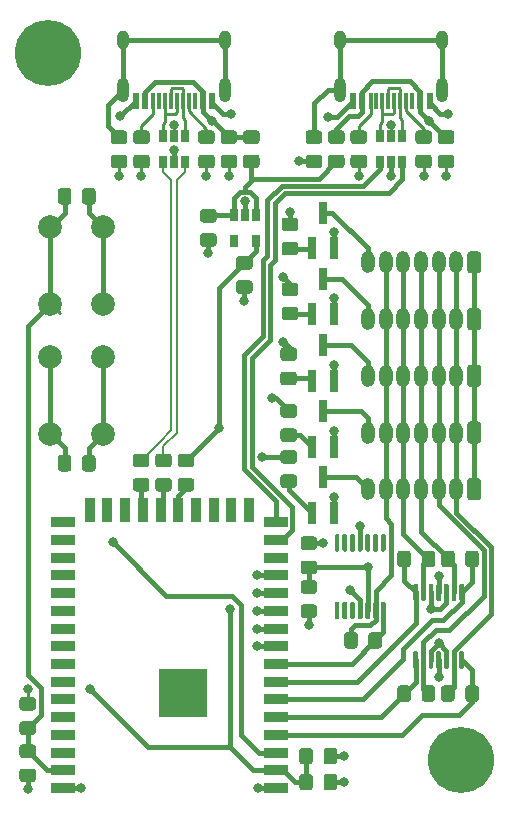
<source format=gbr>
%TF.GenerationSoftware,KiCad,Pcbnew,5.1.6-c6e7f7d~86~ubuntu18.04.1*%
%TF.CreationDate,2021-04-26T01:47:06-07:00*%
%TF.ProjectId,main_board,6d61696e-5f62-46f6-9172-642e6b696361,rev?*%
%TF.SameCoordinates,Original*%
%TF.FileFunction,Copper,L1,Top*%
%TF.FilePolarity,Positive*%
%FSLAX46Y46*%
G04 Gerber Fmt 4.6, Leading zero omitted, Abs format (unit mm)*
G04 Created by KiCad (PCBNEW 5.1.6-c6e7f7d~86~ubuntu18.04.1) date 2021-04-26 01:47:06*
%MOMM*%
%LPD*%
G01*
G04 APERTURE LIST*
%TA.AperFunction,ComponentPad*%
%ADD10C,2.000000*%
%TD*%
%TA.AperFunction,SMDPad,CuDef*%
%ADD11R,2.000000X0.900000*%
%TD*%
%TA.AperFunction,SMDPad,CuDef*%
%ADD12R,0.900000X2.000000*%
%TD*%
%TA.AperFunction,ComponentPad*%
%ADD13C,0.500000*%
%TD*%
%TA.AperFunction,ComponentPad*%
%ADD14C,1.700000*%
%TD*%
%TA.AperFunction,SMDPad,CuDef*%
%ADD15R,4.100000X4.100000*%
%TD*%
%TA.AperFunction,SMDPad,CuDef*%
%ADD16R,0.800000X1.900000*%
%TD*%
%TA.AperFunction,ComponentPad*%
%ADD17C,5.600000*%
%TD*%
%TA.AperFunction,SMDPad,CuDef*%
%ADD18R,0.600000X1.450000*%
%TD*%
%TA.AperFunction,SMDPad,CuDef*%
%ADD19R,0.300000X1.450000*%
%TD*%
%TA.AperFunction,ComponentPad*%
%ADD20O,1.000000X2.100000*%
%TD*%
%TA.AperFunction,ComponentPad*%
%ADD21O,1.000000X1.600000*%
%TD*%
%TA.AperFunction,SMDPad,CuDef*%
%ADD22R,0.650000X1.060000*%
%TD*%
%TA.AperFunction,ComponentPad*%
%ADD23O,1.170000X1.870000*%
%TD*%
%TA.AperFunction,ViaPad*%
%ADD24C,0.800000*%
%TD*%
%TA.AperFunction,Conductor*%
%ADD25C,0.250000*%
%TD*%
%TA.AperFunction,Conductor*%
%ADD26C,0.400000*%
%TD*%
%TA.AperFunction,Conductor*%
%ADD27C,0.200000*%
%TD*%
G04 APERTURE END LIST*
%TO.P,U6,14*%
%TO.N,N/C*%
%TA.AperFunction,SMDPad,CuDef*%
G36*
G01*
X178100000Y-78775000D02*
X177900000Y-78775000D01*
G75*
G02*
X177800000Y-78675000I0J100000D01*
G01*
X177800000Y-77400000D01*
G75*
G02*
X177900000Y-77300000I100000J0D01*
G01*
X178100000Y-77300000D01*
G75*
G02*
X178200000Y-77400000I0J-100000D01*
G01*
X178200000Y-78675000D01*
G75*
G02*
X178100000Y-78775000I-100000J0D01*
G01*
G37*
%TD.AperFunction*%
%TO.P,U6,13*%
%TA.AperFunction,SMDPad,CuDef*%
G36*
G01*
X178750000Y-78775000D02*
X178550000Y-78775000D01*
G75*
G02*
X178450000Y-78675000I0J100000D01*
G01*
X178450000Y-77400000D01*
G75*
G02*
X178550000Y-77300000I100000J0D01*
G01*
X178750000Y-77300000D01*
G75*
G02*
X178850000Y-77400000I0J-100000D01*
G01*
X178850000Y-78675000D01*
G75*
G02*
X178750000Y-78775000I-100000J0D01*
G01*
G37*
%TD.AperFunction*%
%TO.P,U6,12*%
%TA.AperFunction,SMDPad,CuDef*%
G36*
G01*
X179400000Y-78775000D02*
X179200000Y-78775000D01*
G75*
G02*
X179100000Y-78675000I0J100000D01*
G01*
X179100000Y-77400000D01*
G75*
G02*
X179200000Y-77300000I100000J0D01*
G01*
X179400000Y-77300000D01*
G75*
G02*
X179500000Y-77400000I0J-100000D01*
G01*
X179500000Y-78675000D01*
G75*
G02*
X179400000Y-78775000I-100000J0D01*
G01*
G37*
%TD.AperFunction*%
%TO.P,U6,11*%
%TO.N,GND*%
%TA.AperFunction,SMDPad,CuDef*%
G36*
G01*
X180050000Y-78775000D02*
X179850000Y-78775000D01*
G75*
G02*
X179750000Y-78675000I0J100000D01*
G01*
X179750000Y-77400000D01*
G75*
G02*
X179850000Y-77300000I100000J0D01*
G01*
X180050000Y-77300000D01*
G75*
G02*
X180150000Y-77400000I0J-100000D01*
G01*
X180150000Y-78675000D01*
G75*
G02*
X180050000Y-78775000I-100000J0D01*
G01*
G37*
%TD.AperFunction*%
%TO.P,U6,10*%
%TO.N,N/C*%
%TA.AperFunction,SMDPad,CuDef*%
G36*
G01*
X180700000Y-78775000D02*
X180500000Y-78775000D01*
G75*
G02*
X180400000Y-78675000I0J100000D01*
G01*
X180400000Y-77400000D01*
G75*
G02*
X180500000Y-77300000I100000J0D01*
G01*
X180700000Y-77300000D01*
G75*
G02*
X180800000Y-77400000I0J-100000D01*
G01*
X180800000Y-78675000D01*
G75*
G02*
X180700000Y-78775000I-100000J0D01*
G01*
G37*
%TD.AperFunction*%
%TO.P,U6,9*%
%TA.AperFunction,SMDPad,CuDef*%
G36*
G01*
X181350000Y-78775000D02*
X181150000Y-78775000D01*
G75*
G02*
X181050000Y-78675000I0J100000D01*
G01*
X181050000Y-77400000D01*
G75*
G02*
X181150000Y-77300000I100000J0D01*
G01*
X181350000Y-77300000D01*
G75*
G02*
X181450000Y-77400000I0J-100000D01*
G01*
X181450000Y-78675000D01*
G75*
G02*
X181350000Y-78775000I-100000J0D01*
G01*
G37*
%TD.AperFunction*%
%TO.P,U6,8*%
%TA.AperFunction,SMDPad,CuDef*%
G36*
G01*
X182000000Y-78775000D02*
X181800000Y-78775000D01*
G75*
G02*
X181700000Y-78675000I0J100000D01*
G01*
X181700000Y-77400000D01*
G75*
G02*
X181800000Y-77300000I100000J0D01*
G01*
X182000000Y-77300000D01*
G75*
G02*
X182100000Y-77400000I0J-100000D01*
G01*
X182100000Y-78675000D01*
G75*
G02*
X182000000Y-78775000I-100000J0D01*
G01*
G37*
%TD.AperFunction*%
%TO.P,U6,7*%
%TO.N,/COL5_AMP*%
%TA.AperFunction,SMDPad,CuDef*%
G36*
G01*
X182000000Y-84500000D02*
X181800000Y-84500000D01*
G75*
G02*
X181700000Y-84400000I0J100000D01*
G01*
X181700000Y-83125000D01*
G75*
G02*
X181800000Y-83025000I100000J0D01*
G01*
X182000000Y-83025000D01*
G75*
G02*
X182100000Y-83125000I0J-100000D01*
G01*
X182100000Y-84400000D01*
G75*
G02*
X182000000Y-84500000I-100000J0D01*
G01*
G37*
%TD.AperFunction*%
%TO.P,U6,6*%
%TO.N,/COL5*%
%TA.AperFunction,SMDPad,CuDef*%
G36*
G01*
X181350000Y-84500000D02*
X181150000Y-84500000D01*
G75*
G02*
X181050000Y-84400000I0J100000D01*
G01*
X181050000Y-83125000D01*
G75*
G02*
X181150000Y-83025000I100000J0D01*
G01*
X181350000Y-83025000D01*
G75*
G02*
X181450000Y-83125000I0J-100000D01*
G01*
X181450000Y-84400000D01*
G75*
G02*
X181350000Y-84500000I-100000J0D01*
G01*
G37*
%TD.AperFunction*%
%TO.P,U6,5*%
%TO.N,/AMP_REF*%
%TA.AperFunction,SMDPad,CuDef*%
G36*
G01*
X180700000Y-84500000D02*
X180500000Y-84500000D01*
G75*
G02*
X180400000Y-84400000I0J100000D01*
G01*
X180400000Y-83125000D01*
G75*
G02*
X180500000Y-83025000I100000J0D01*
G01*
X180700000Y-83025000D01*
G75*
G02*
X180800000Y-83125000I0J-100000D01*
G01*
X180800000Y-84400000D01*
G75*
G02*
X180700000Y-84500000I-100000J0D01*
G01*
G37*
%TD.AperFunction*%
%TO.P,U6,4*%
%TO.N,+3V3*%
%TA.AperFunction,SMDPad,CuDef*%
G36*
G01*
X180050000Y-84500000D02*
X179850000Y-84500000D01*
G75*
G02*
X179750000Y-84400000I0J100000D01*
G01*
X179750000Y-83125000D01*
G75*
G02*
X179850000Y-83025000I100000J0D01*
G01*
X180050000Y-83025000D01*
G75*
G02*
X180150000Y-83125000I0J-100000D01*
G01*
X180150000Y-84400000D01*
G75*
G02*
X180050000Y-84500000I-100000J0D01*
G01*
G37*
%TD.AperFunction*%
%TO.P,U6,3*%
%TO.N,N/C*%
%TA.AperFunction,SMDPad,CuDef*%
G36*
G01*
X179400000Y-84500000D02*
X179200000Y-84500000D01*
G75*
G02*
X179100000Y-84400000I0J100000D01*
G01*
X179100000Y-83125000D01*
G75*
G02*
X179200000Y-83025000I100000J0D01*
G01*
X179400000Y-83025000D01*
G75*
G02*
X179500000Y-83125000I0J-100000D01*
G01*
X179500000Y-84400000D01*
G75*
G02*
X179400000Y-84500000I-100000J0D01*
G01*
G37*
%TD.AperFunction*%
%TO.P,U6,2*%
%TA.AperFunction,SMDPad,CuDef*%
G36*
G01*
X178750000Y-84500000D02*
X178550000Y-84500000D01*
G75*
G02*
X178450000Y-84400000I0J100000D01*
G01*
X178450000Y-83125000D01*
G75*
G02*
X178550000Y-83025000I100000J0D01*
G01*
X178750000Y-83025000D01*
G75*
G02*
X178850000Y-83125000I0J-100000D01*
G01*
X178850000Y-84400000D01*
G75*
G02*
X178750000Y-84500000I-100000J0D01*
G01*
G37*
%TD.AperFunction*%
%TO.P,U6,1*%
%TA.AperFunction,SMDPad,CuDef*%
G36*
G01*
X178100000Y-84500000D02*
X177900000Y-84500000D01*
G75*
G02*
X177800000Y-84400000I0J100000D01*
G01*
X177800000Y-83125000D01*
G75*
G02*
X177900000Y-83025000I100000J0D01*
G01*
X178100000Y-83025000D01*
G75*
G02*
X178200000Y-83125000I0J-100000D01*
G01*
X178200000Y-84400000D01*
G75*
G02*
X178100000Y-84500000I-100000J0D01*
G01*
G37*
%TD.AperFunction*%
%TD*%
%TO.P,U5,14*%
%TO.N,/COL4_AMP*%
%TA.AperFunction,SMDPad,CuDef*%
G36*
G01*
X184750000Y-82975000D02*
X184550000Y-82975000D01*
G75*
G02*
X184450000Y-82875000I0J100000D01*
G01*
X184450000Y-81600000D01*
G75*
G02*
X184550000Y-81500000I100000J0D01*
G01*
X184750000Y-81500000D01*
G75*
G02*
X184850000Y-81600000I0J-100000D01*
G01*
X184850000Y-82875000D01*
G75*
G02*
X184750000Y-82975000I-100000J0D01*
G01*
G37*
%TD.AperFunction*%
%TO.P,U5,13*%
%TO.N,/COL4*%
%TA.AperFunction,SMDPad,CuDef*%
G36*
G01*
X185400000Y-82975000D02*
X185200000Y-82975000D01*
G75*
G02*
X185100000Y-82875000I0J100000D01*
G01*
X185100000Y-81600000D01*
G75*
G02*
X185200000Y-81500000I100000J0D01*
G01*
X185400000Y-81500000D01*
G75*
G02*
X185500000Y-81600000I0J-100000D01*
G01*
X185500000Y-82875000D01*
G75*
G02*
X185400000Y-82975000I-100000J0D01*
G01*
G37*
%TD.AperFunction*%
%TO.P,U5,12*%
%TO.N,/AMP_REF*%
%TA.AperFunction,SMDPad,CuDef*%
G36*
G01*
X186050000Y-82975000D02*
X185850000Y-82975000D01*
G75*
G02*
X185750000Y-82875000I0J100000D01*
G01*
X185750000Y-81600000D01*
G75*
G02*
X185850000Y-81500000I100000J0D01*
G01*
X186050000Y-81500000D01*
G75*
G02*
X186150000Y-81600000I0J-100000D01*
G01*
X186150000Y-82875000D01*
G75*
G02*
X186050000Y-82975000I-100000J0D01*
G01*
G37*
%TD.AperFunction*%
%TO.P,U5,11*%
%TO.N,GND*%
%TA.AperFunction,SMDPad,CuDef*%
G36*
G01*
X186700000Y-82975000D02*
X186500000Y-82975000D01*
G75*
G02*
X186400000Y-82875000I0J100000D01*
G01*
X186400000Y-81600000D01*
G75*
G02*
X186500000Y-81500000I100000J0D01*
G01*
X186700000Y-81500000D01*
G75*
G02*
X186800000Y-81600000I0J-100000D01*
G01*
X186800000Y-82875000D01*
G75*
G02*
X186700000Y-82975000I-100000J0D01*
G01*
G37*
%TD.AperFunction*%
%TO.P,U5,10*%
%TO.N,/AMP_REF*%
%TA.AperFunction,SMDPad,CuDef*%
G36*
G01*
X187350000Y-82975000D02*
X187150000Y-82975000D01*
G75*
G02*
X187050000Y-82875000I0J100000D01*
G01*
X187050000Y-81600000D01*
G75*
G02*
X187150000Y-81500000I100000J0D01*
G01*
X187350000Y-81500000D01*
G75*
G02*
X187450000Y-81600000I0J-100000D01*
G01*
X187450000Y-82875000D01*
G75*
G02*
X187350000Y-82975000I-100000J0D01*
G01*
G37*
%TD.AperFunction*%
%TO.P,U5,9*%
%TO.N,/COL3*%
%TA.AperFunction,SMDPad,CuDef*%
G36*
G01*
X188000000Y-82975000D02*
X187800000Y-82975000D01*
G75*
G02*
X187700000Y-82875000I0J100000D01*
G01*
X187700000Y-81600000D01*
G75*
G02*
X187800000Y-81500000I100000J0D01*
G01*
X188000000Y-81500000D01*
G75*
G02*
X188100000Y-81600000I0J-100000D01*
G01*
X188100000Y-82875000D01*
G75*
G02*
X188000000Y-82975000I-100000J0D01*
G01*
G37*
%TD.AperFunction*%
%TO.P,U5,8*%
%TO.N,/COL3_AMP*%
%TA.AperFunction,SMDPad,CuDef*%
G36*
G01*
X188650000Y-82975000D02*
X188450000Y-82975000D01*
G75*
G02*
X188350000Y-82875000I0J100000D01*
G01*
X188350000Y-81600000D01*
G75*
G02*
X188450000Y-81500000I100000J0D01*
G01*
X188650000Y-81500000D01*
G75*
G02*
X188750000Y-81600000I0J-100000D01*
G01*
X188750000Y-82875000D01*
G75*
G02*
X188650000Y-82975000I-100000J0D01*
G01*
G37*
%TD.AperFunction*%
%TO.P,U5,7*%
%TO.N,/COL1_AMP*%
%TA.AperFunction,SMDPad,CuDef*%
G36*
G01*
X188650000Y-88700000D02*
X188450000Y-88700000D01*
G75*
G02*
X188350000Y-88600000I0J100000D01*
G01*
X188350000Y-87325000D01*
G75*
G02*
X188450000Y-87225000I100000J0D01*
G01*
X188650000Y-87225000D01*
G75*
G02*
X188750000Y-87325000I0J-100000D01*
G01*
X188750000Y-88600000D01*
G75*
G02*
X188650000Y-88700000I-100000J0D01*
G01*
G37*
%TD.AperFunction*%
%TO.P,U5,6*%
%TO.N,/COL1*%
%TA.AperFunction,SMDPad,CuDef*%
G36*
G01*
X188000000Y-88700000D02*
X187800000Y-88700000D01*
G75*
G02*
X187700000Y-88600000I0J100000D01*
G01*
X187700000Y-87325000D01*
G75*
G02*
X187800000Y-87225000I100000J0D01*
G01*
X188000000Y-87225000D01*
G75*
G02*
X188100000Y-87325000I0J-100000D01*
G01*
X188100000Y-88600000D01*
G75*
G02*
X188000000Y-88700000I-100000J0D01*
G01*
G37*
%TD.AperFunction*%
%TO.P,U5,5*%
%TO.N,/AMP_REF*%
%TA.AperFunction,SMDPad,CuDef*%
G36*
G01*
X187350000Y-88700000D02*
X187150000Y-88700000D01*
G75*
G02*
X187050000Y-88600000I0J100000D01*
G01*
X187050000Y-87325000D01*
G75*
G02*
X187150000Y-87225000I100000J0D01*
G01*
X187350000Y-87225000D01*
G75*
G02*
X187450000Y-87325000I0J-100000D01*
G01*
X187450000Y-88600000D01*
G75*
G02*
X187350000Y-88700000I-100000J0D01*
G01*
G37*
%TD.AperFunction*%
%TO.P,U5,4*%
%TO.N,+3V3*%
%TA.AperFunction,SMDPad,CuDef*%
G36*
G01*
X186700000Y-88700000D02*
X186500000Y-88700000D01*
G75*
G02*
X186400000Y-88600000I0J100000D01*
G01*
X186400000Y-87325000D01*
G75*
G02*
X186500000Y-87225000I100000J0D01*
G01*
X186700000Y-87225000D01*
G75*
G02*
X186800000Y-87325000I0J-100000D01*
G01*
X186800000Y-88600000D01*
G75*
G02*
X186700000Y-88700000I-100000J0D01*
G01*
G37*
%TD.AperFunction*%
%TO.P,U5,3*%
%TO.N,/AMP_REF*%
%TA.AperFunction,SMDPad,CuDef*%
G36*
G01*
X186050000Y-88700000D02*
X185850000Y-88700000D01*
G75*
G02*
X185750000Y-88600000I0J100000D01*
G01*
X185750000Y-87325000D01*
G75*
G02*
X185850000Y-87225000I100000J0D01*
G01*
X186050000Y-87225000D01*
G75*
G02*
X186150000Y-87325000I0J-100000D01*
G01*
X186150000Y-88600000D01*
G75*
G02*
X186050000Y-88700000I-100000J0D01*
G01*
G37*
%TD.AperFunction*%
%TO.P,U5,2*%
%TO.N,/COL2*%
%TA.AperFunction,SMDPad,CuDef*%
G36*
G01*
X185400000Y-88700000D02*
X185200000Y-88700000D01*
G75*
G02*
X185100000Y-88600000I0J100000D01*
G01*
X185100000Y-87325000D01*
G75*
G02*
X185200000Y-87225000I100000J0D01*
G01*
X185400000Y-87225000D01*
G75*
G02*
X185500000Y-87325000I0J-100000D01*
G01*
X185500000Y-88600000D01*
G75*
G02*
X185400000Y-88700000I-100000J0D01*
G01*
G37*
%TD.AperFunction*%
%TO.P,U5,1*%
%TO.N,/COL2_AMP*%
%TA.AperFunction,SMDPad,CuDef*%
G36*
G01*
X184750000Y-88700000D02*
X184550000Y-88700000D01*
G75*
G02*
X184450000Y-88600000I0J100000D01*
G01*
X184450000Y-87325000D01*
G75*
G02*
X184550000Y-87225000I100000J0D01*
G01*
X184750000Y-87225000D01*
G75*
G02*
X184850000Y-87325000I0J-100000D01*
G01*
X184850000Y-88600000D01*
G75*
G02*
X184750000Y-88700000I-100000J0D01*
G01*
G37*
%TD.AperFunction*%
%TD*%
D10*
%TO.P,SW2,2*%
%TO.N,GND*%
X158200000Y-68800000D03*
%TO.P,SW2,1*%
%TO.N,/GPIO_0*%
X153700000Y-68800000D03*
%TO.P,SW2,2*%
%TO.N,GND*%
X158200000Y-62300000D03*
%TO.P,SW2,1*%
%TO.N,/GPIO_0*%
X153700000Y-62300000D03*
%TD*%
%TO.P,C5,1*%
%TO.N,/GPIO_0*%
%TA.AperFunction,SMDPad,CuDef*%
G36*
G01*
X154350000Y-71750001D02*
X154350000Y-70849999D01*
G75*
G02*
X154599999Y-70600000I249999J0D01*
G01*
X155250001Y-70600000D01*
G75*
G02*
X155500000Y-70849999I0J-249999D01*
G01*
X155500000Y-71750001D01*
G75*
G02*
X155250001Y-72000000I-249999J0D01*
G01*
X154599999Y-72000000D01*
G75*
G02*
X154350000Y-71750001I0J249999D01*
G01*
G37*
%TD.AperFunction*%
%TO.P,C5,2*%
%TO.N,GND*%
%TA.AperFunction,SMDPad,CuDef*%
G36*
G01*
X156400000Y-71750001D02*
X156400000Y-70849999D01*
G75*
G02*
X156649999Y-70600000I249999J0D01*
G01*
X157300001Y-70600000D01*
G75*
G02*
X157550000Y-70849999I0J-249999D01*
G01*
X157550000Y-71750001D01*
G75*
G02*
X157300001Y-72000000I-249999J0D01*
G01*
X156649999Y-72000000D01*
G75*
G02*
X156400000Y-71750001I0J249999D01*
G01*
G37*
%TD.AperFunction*%
%TD*%
D11*
%TO.P,U1,42*%
%TO.N,GND*%
X154800000Y-98800000D03*
%TO.P,U1,41*%
%TO.N,/CHIP_PU*%
X154800000Y-97300000D03*
%TO.P,U1,40*%
%TO.N,Net-(U1-Pad40)*%
X154800000Y-95800000D03*
%TO.P,U1,39*%
%TO.N,Net-(U1-Pad39)*%
X154800000Y-94300000D03*
%TO.P,U1,38*%
%TO.N,Net-(U1-Pad38)*%
X154800000Y-92800000D03*
%TO.P,U1,37*%
%TO.N,Net-(U1-Pad37)*%
X154800000Y-91300000D03*
%TO.P,U1,36*%
%TO.N,Net-(U1-Pad36)*%
X154800000Y-89800000D03*
%TO.P,U1,35*%
%TO.N,Net-(U1-Pad35)*%
X154800000Y-88300000D03*
%TO.P,U1,34*%
%TO.N,Net-(U1-Pad34)*%
X154800000Y-86800000D03*
%TO.P,U1,33*%
%TO.N,Net-(U1-Pad33)*%
X154800000Y-85300000D03*
%TO.P,U1,32*%
%TO.N,Net-(U1-Pad32)*%
X154800000Y-83800000D03*
%TO.P,U1,31*%
%TO.N,Net-(U1-Pad31)*%
X154800000Y-82300000D03*
%TO.P,U1,30*%
%TO.N,Net-(U1-Pad30)*%
X154800000Y-80800000D03*
%TO.P,U1,29*%
%TO.N,Net-(U1-Pad29)*%
X154800000Y-79300000D03*
%TO.P,U1,28*%
%TO.N,Net-(U1-Pad28)*%
X154800000Y-77800000D03*
D12*
%TO.P,U1,26*%
%TO.N,Net-(U1-Pad26)*%
X157050000Y-75300000D03*
%TO.P,U1,25*%
%TO.N,Net-(U1-Pad25)*%
X158550000Y-75300000D03*
%TO.P,U1,24*%
%TO.N,Net-(U1-Pad24)*%
X160050000Y-75300000D03*
%TO.P,U1,23*%
%TO.N,Net-(R20-Pad1)*%
X161550000Y-75300000D03*
%TO.P,U1,22*%
%TO.N,Net-(R19-Pad1)*%
X163050000Y-75300000D03*
%TO.P,U1,21*%
%TO.N,Net-(R1-Pad1)*%
X164550000Y-75300000D03*
%TO.P,U1,20*%
%TO.N,Net-(U1-Pad20)*%
X166050000Y-75300000D03*
%TO.P,U1,19*%
%TO.N,Net-(U1-Pad19)*%
X167550000Y-75300000D03*
%TO.P,U1,18*%
%TO.N,Net-(U1-Pad18)*%
X169050000Y-75300000D03*
D11*
%TO.P,U1,16*%
%TO.N,/U1TX*%
X172800000Y-76300000D03*
%TO.P,U1,15*%
%TO.N,/U1RX*%
X172800000Y-77800000D03*
%TO.P,U1,14*%
%TO.N,Net-(U1-Pad14)*%
X172800000Y-79300000D03*
%TO.P,U1,13*%
%TO.N,/ROW1*%
X172800000Y-80800000D03*
%TO.P,U1,12*%
%TO.N,/ROW2*%
X172800000Y-82300000D03*
%TO.P,U1,11*%
%TO.N,/ROW3*%
X172800000Y-83800000D03*
%TO.P,U1,10*%
%TO.N,/ROW4*%
X172800000Y-85300000D03*
%TO.P,U1,9*%
%TO.N,/ROW5*%
X172800000Y-86800000D03*
%TO.P,U1,8*%
%TO.N,/COL5_AMP*%
X172800000Y-88300000D03*
%TO.P,U1,7*%
%TO.N,/COL4_AMP*%
X172800000Y-89800000D03*
%TO.P,U1,6*%
%TO.N,/COL3_AMP*%
X172800000Y-91300000D03*
%TO.P,U1,5*%
%TO.N,/COL2_AMP*%
X172800000Y-92800000D03*
%TO.P,U1,4*%
%TO.N,/COL1_AMP*%
X172800000Y-94300000D03*
%TO.P,U1,3*%
%TO.N,/GPIO_0*%
X172800000Y-95800000D03*
%TO.P,U1,2*%
%TO.N,+3V3*%
X172800000Y-97300000D03*
%TO.P,U1,1*%
%TO.N,GND*%
X172800000Y-98800000D03*
D13*
%TO.P,U1,43*%
X163490000Y-90000000D03*
X166490000Y-90000000D03*
X163490000Y-91500000D03*
X166490000Y-91500000D03*
X164240000Y-89250000D03*
X165740000Y-89250000D03*
X164240000Y-92250000D03*
X165740000Y-92250000D03*
D14*
X164990000Y-90750000D03*
D15*
X164990000Y-90750000D03*
D11*
%TO.P,U1,27*%
%TO.N,Net-(U1-Pad27)*%
X154800000Y-76300000D03*
D12*
%TO.P,U1,17*%
%TO.N,Net-(U1-Pad17)*%
X170550000Y-75300000D03*
%TD*%
D16*
%TO.P,Q5,3*%
%TO.N,Net-(J5-Pad7)*%
X176800000Y-72500000D03*
%TO.P,Q5,2*%
%TO.N,GND*%
X177750000Y-75500000D03*
%TO.P,Q5,1*%
%TO.N,Net-(Q5-Pad1)*%
X175850000Y-75500000D03*
%TD*%
D17*
%TO.P,H2,1*%
%TO.N,GND*%
X153550000Y-36549999D03*
%TD*%
%TO.P,H1,1*%
%TO.N,GND*%
X188450000Y-96450000D03*
%TD*%
%TO.P,R9,2*%
%TO.N,/COL5*%
%TA.AperFunction,SMDPad,CuDef*%
G36*
G01*
X179750000Y-85849999D02*
X179750000Y-86750001D01*
G75*
G02*
X179500001Y-87000000I-249999J0D01*
G01*
X178849999Y-87000000D01*
G75*
G02*
X178600000Y-86750001I0J249999D01*
G01*
X178600000Y-85849999D01*
G75*
G02*
X178849999Y-85600000I249999J0D01*
G01*
X179500001Y-85600000D01*
G75*
G02*
X179750000Y-85849999I0J-249999D01*
G01*
G37*
%TD.AperFunction*%
%TO.P,R9,1*%
%TO.N,/COL5_AMP*%
%TA.AperFunction,SMDPad,CuDef*%
G36*
G01*
X181800000Y-85849999D02*
X181800000Y-86750001D01*
G75*
G02*
X181550001Y-87000000I-249999J0D01*
G01*
X180899999Y-87000000D01*
G75*
G02*
X180650000Y-86750001I0J249999D01*
G01*
X180650000Y-85849999D01*
G75*
G02*
X180899999Y-85600000I249999J0D01*
G01*
X181550001Y-85600000D01*
G75*
G02*
X181800000Y-85849999I0J-249999D01*
G01*
G37*
%TD.AperFunction*%
%TD*%
%TO.P,R7,2*%
%TO.N,/COL3*%
%TA.AperFunction,SMDPad,CuDef*%
G36*
G01*
X187950000Y-78949999D02*
X187950000Y-79850001D01*
G75*
G02*
X187700001Y-80100000I-249999J0D01*
G01*
X187049999Y-80100000D01*
G75*
G02*
X186800000Y-79850001I0J249999D01*
G01*
X186800000Y-78949999D01*
G75*
G02*
X187049999Y-78700000I249999J0D01*
G01*
X187700001Y-78700000D01*
G75*
G02*
X187950000Y-78949999I0J-249999D01*
G01*
G37*
%TD.AperFunction*%
%TO.P,R7,1*%
%TO.N,/COL3_AMP*%
%TA.AperFunction,SMDPad,CuDef*%
G36*
G01*
X190000000Y-78949999D02*
X190000000Y-79850001D01*
G75*
G02*
X189750001Y-80100000I-249999J0D01*
G01*
X189099999Y-80100000D01*
G75*
G02*
X188850000Y-79850001I0J249999D01*
G01*
X188850000Y-78949999D01*
G75*
G02*
X189099999Y-78700000I249999J0D01*
G01*
X189750001Y-78700000D01*
G75*
G02*
X190000000Y-78949999I0J-249999D01*
G01*
G37*
%TD.AperFunction*%
%TD*%
%TO.P,R8,2*%
%TO.N,/COL4*%
%TA.AperFunction,SMDPad,CuDef*%
G36*
G01*
X185150000Y-79850001D02*
X185150000Y-78949999D01*
G75*
G02*
X185399999Y-78700000I249999J0D01*
G01*
X186050001Y-78700000D01*
G75*
G02*
X186300000Y-78949999I0J-249999D01*
G01*
X186300000Y-79850001D01*
G75*
G02*
X186050001Y-80100000I-249999J0D01*
G01*
X185399999Y-80100000D01*
G75*
G02*
X185150000Y-79850001I0J249999D01*
G01*
G37*
%TD.AperFunction*%
%TO.P,R8,1*%
%TO.N,/COL4_AMP*%
%TA.AperFunction,SMDPad,CuDef*%
G36*
G01*
X183100000Y-79850001D02*
X183100000Y-78949999D01*
G75*
G02*
X183349999Y-78700000I249999J0D01*
G01*
X184000001Y-78700000D01*
G75*
G02*
X184250000Y-78949999I0J-249999D01*
G01*
X184250000Y-79850001D01*
G75*
G02*
X184000001Y-80100000I-249999J0D01*
G01*
X183349999Y-80100000D01*
G75*
G02*
X183100000Y-79850001I0J249999D01*
G01*
G37*
%TD.AperFunction*%
%TD*%
%TO.P,R6,2*%
%TO.N,/COL2*%
%TA.AperFunction,SMDPad,CuDef*%
G36*
G01*
X185150000Y-91250001D02*
X185150000Y-90349999D01*
G75*
G02*
X185399999Y-90100000I249999J0D01*
G01*
X186050001Y-90100000D01*
G75*
G02*
X186300000Y-90349999I0J-249999D01*
G01*
X186300000Y-91250001D01*
G75*
G02*
X186050001Y-91500000I-249999J0D01*
G01*
X185399999Y-91500000D01*
G75*
G02*
X185150000Y-91250001I0J249999D01*
G01*
G37*
%TD.AperFunction*%
%TO.P,R6,1*%
%TO.N,/COL2_AMP*%
%TA.AperFunction,SMDPad,CuDef*%
G36*
G01*
X183100000Y-91250001D02*
X183100000Y-90349999D01*
G75*
G02*
X183349999Y-90100000I249999J0D01*
G01*
X184000001Y-90100000D01*
G75*
G02*
X184250000Y-90349999I0J-249999D01*
G01*
X184250000Y-91250001D01*
G75*
G02*
X184000001Y-91500000I-249999J0D01*
G01*
X183349999Y-91500000D01*
G75*
G02*
X183100000Y-91250001I0J249999D01*
G01*
G37*
%TD.AperFunction*%
%TD*%
%TO.P,R5,2*%
%TO.N,/COL1*%
%TA.AperFunction,SMDPad,CuDef*%
G36*
G01*
X187950000Y-90349999D02*
X187950000Y-91250001D01*
G75*
G02*
X187700001Y-91500000I-249999J0D01*
G01*
X187049999Y-91500000D01*
G75*
G02*
X186800000Y-91250001I0J249999D01*
G01*
X186800000Y-90349999D01*
G75*
G02*
X187049999Y-90100000I249999J0D01*
G01*
X187700001Y-90100000D01*
G75*
G02*
X187950000Y-90349999I0J-249999D01*
G01*
G37*
%TD.AperFunction*%
%TO.P,R5,1*%
%TO.N,/COL1_AMP*%
%TA.AperFunction,SMDPad,CuDef*%
G36*
G01*
X190000000Y-90349999D02*
X190000000Y-91250001D01*
G75*
G02*
X189750001Y-91500000I-249999J0D01*
G01*
X189099999Y-91500000D01*
G75*
G02*
X188850000Y-91250001I0J249999D01*
G01*
X188850000Y-90349999D01*
G75*
G02*
X189099999Y-90100000I249999J0D01*
G01*
X189750001Y-90100000D01*
G75*
G02*
X190000000Y-90349999I0J-249999D01*
G01*
G37*
%TD.AperFunction*%
%TD*%
%TO.P,R4,2*%
%TO.N,GND*%
%TA.AperFunction,SMDPad,CuDef*%
G36*
G01*
X175149999Y-83250000D02*
X176050001Y-83250000D01*
G75*
G02*
X176300000Y-83499999I0J-249999D01*
G01*
X176300000Y-84150001D01*
G75*
G02*
X176050001Y-84400000I-249999J0D01*
G01*
X175149999Y-84400000D01*
G75*
G02*
X174900000Y-84150001I0J249999D01*
G01*
X174900000Y-83499999D01*
G75*
G02*
X175149999Y-83250000I249999J0D01*
G01*
G37*
%TD.AperFunction*%
%TO.P,R4,1*%
%TO.N,/AMP_REF*%
%TA.AperFunction,SMDPad,CuDef*%
G36*
G01*
X175149999Y-81200000D02*
X176050001Y-81200000D01*
G75*
G02*
X176300000Y-81449999I0J-249999D01*
G01*
X176300000Y-82100001D01*
G75*
G02*
X176050001Y-82350000I-249999J0D01*
G01*
X175149999Y-82350000D01*
G75*
G02*
X174900000Y-82100001I0J249999D01*
G01*
X174900000Y-81449999D01*
G75*
G02*
X175149999Y-81200000I249999J0D01*
G01*
G37*
%TD.AperFunction*%
%TD*%
%TO.P,R3,2*%
%TO.N,/AMP_REF*%
%TA.AperFunction,SMDPad,CuDef*%
G36*
G01*
X175149999Y-79550000D02*
X176050001Y-79550000D01*
G75*
G02*
X176300000Y-79799999I0J-249999D01*
G01*
X176300000Y-80450001D01*
G75*
G02*
X176050001Y-80700000I-249999J0D01*
G01*
X175149999Y-80700000D01*
G75*
G02*
X174900000Y-80450001I0J249999D01*
G01*
X174900000Y-79799999D01*
G75*
G02*
X175149999Y-79550000I249999J0D01*
G01*
G37*
%TD.AperFunction*%
%TO.P,R3,1*%
%TO.N,+3V3*%
%TA.AperFunction,SMDPad,CuDef*%
G36*
G01*
X175149999Y-77500000D02*
X176050001Y-77500000D01*
G75*
G02*
X176300000Y-77749999I0J-249999D01*
G01*
X176300000Y-78400001D01*
G75*
G02*
X176050001Y-78650000I-249999J0D01*
G01*
X175149999Y-78650000D01*
G75*
G02*
X174900000Y-78400001I0J249999D01*
G01*
X174900000Y-77749999D01*
G75*
G02*
X175149999Y-77500000I249999J0D01*
G01*
G37*
%TD.AperFunction*%
%TD*%
%TO.P,R14,2*%
%TO.N,/ROW1*%
%TA.AperFunction,SMDPad,CuDef*%
G36*
G01*
X174350001Y-71350000D02*
X173449999Y-71350000D01*
G75*
G02*
X173200000Y-71100001I0J249999D01*
G01*
X173200000Y-70449999D01*
G75*
G02*
X173449999Y-70200000I249999J0D01*
G01*
X174350001Y-70200000D01*
G75*
G02*
X174600000Y-70449999I0J-249999D01*
G01*
X174600000Y-71100001D01*
G75*
G02*
X174350001Y-71350000I-249999J0D01*
G01*
G37*
%TD.AperFunction*%
%TO.P,R14,1*%
%TO.N,Net-(Q5-Pad1)*%
%TA.AperFunction,SMDPad,CuDef*%
G36*
G01*
X174350001Y-73400000D02*
X173449999Y-73400000D01*
G75*
G02*
X173200000Y-73150001I0J249999D01*
G01*
X173200000Y-72499999D01*
G75*
G02*
X173449999Y-72250000I249999J0D01*
G01*
X174350001Y-72250000D01*
G75*
G02*
X174600000Y-72499999I0J-249999D01*
G01*
X174600000Y-73150001D01*
G75*
G02*
X174350001Y-73400000I-249999J0D01*
G01*
G37*
%TD.AperFunction*%
%TD*%
%TO.P,R13,2*%
%TO.N,/ROW2*%
%TA.AperFunction,SMDPad,CuDef*%
G36*
G01*
X174350001Y-67450000D02*
X173449999Y-67450000D01*
G75*
G02*
X173200000Y-67200001I0J249999D01*
G01*
X173200000Y-66549999D01*
G75*
G02*
X173449999Y-66300000I249999J0D01*
G01*
X174350001Y-66300000D01*
G75*
G02*
X174600000Y-66549999I0J-249999D01*
G01*
X174600000Y-67200001D01*
G75*
G02*
X174350001Y-67450000I-249999J0D01*
G01*
G37*
%TD.AperFunction*%
%TO.P,R13,1*%
%TO.N,Net-(Q4-Pad1)*%
%TA.AperFunction,SMDPad,CuDef*%
G36*
G01*
X174350001Y-69500000D02*
X173449999Y-69500000D01*
G75*
G02*
X173200000Y-69250001I0J249999D01*
G01*
X173200000Y-68599999D01*
G75*
G02*
X173449999Y-68350000I249999J0D01*
G01*
X174350001Y-68350000D01*
G75*
G02*
X174600000Y-68599999I0J-249999D01*
G01*
X174600000Y-69250001D01*
G75*
G02*
X174350001Y-69500000I-249999J0D01*
G01*
G37*
%TD.AperFunction*%
%TD*%
%TO.P,R12,2*%
%TO.N,/ROW3*%
%TA.AperFunction,SMDPad,CuDef*%
G36*
G01*
X174350001Y-62650000D02*
X173449999Y-62650000D01*
G75*
G02*
X173200000Y-62400001I0J249999D01*
G01*
X173200000Y-61749999D01*
G75*
G02*
X173449999Y-61500000I249999J0D01*
G01*
X174350001Y-61500000D01*
G75*
G02*
X174600000Y-61749999I0J-249999D01*
G01*
X174600000Y-62400001D01*
G75*
G02*
X174350001Y-62650000I-249999J0D01*
G01*
G37*
%TD.AperFunction*%
%TO.P,R12,1*%
%TO.N,Net-(Q3-Pad1)*%
%TA.AperFunction,SMDPad,CuDef*%
G36*
G01*
X174350001Y-64700000D02*
X173449999Y-64700000D01*
G75*
G02*
X173200000Y-64450001I0J249999D01*
G01*
X173200000Y-63799999D01*
G75*
G02*
X173449999Y-63550000I249999J0D01*
G01*
X174350001Y-63550000D01*
G75*
G02*
X174600000Y-63799999I0J-249999D01*
G01*
X174600000Y-64450001D01*
G75*
G02*
X174350001Y-64700000I-249999J0D01*
G01*
G37*
%TD.AperFunction*%
%TD*%
%TO.P,R11,2*%
%TO.N,/ROW4*%
%TA.AperFunction,SMDPad,CuDef*%
G36*
G01*
X174450001Y-57150000D02*
X173549999Y-57150000D01*
G75*
G02*
X173300000Y-56900001I0J249999D01*
G01*
X173300000Y-56249999D01*
G75*
G02*
X173549999Y-56000000I249999J0D01*
G01*
X174450001Y-56000000D01*
G75*
G02*
X174700000Y-56249999I0J-249999D01*
G01*
X174700000Y-56900001D01*
G75*
G02*
X174450001Y-57150000I-249999J0D01*
G01*
G37*
%TD.AperFunction*%
%TO.P,R11,1*%
%TO.N,Net-(Q2-Pad1)*%
%TA.AperFunction,SMDPad,CuDef*%
G36*
G01*
X174450001Y-59200000D02*
X173549999Y-59200000D01*
G75*
G02*
X173300000Y-58950001I0J249999D01*
G01*
X173300000Y-58299999D01*
G75*
G02*
X173549999Y-58050000I249999J0D01*
G01*
X174450001Y-58050000D01*
G75*
G02*
X174700000Y-58299999I0J-249999D01*
G01*
X174700000Y-58950001D01*
G75*
G02*
X174450001Y-59200000I-249999J0D01*
G01*
G37*
%TD.AperFunction*%
%TD*%
%TO.P,R10,2*%
%TO.N,/ROW5*%
%TA.AperFunction,SMDPad,CuDef*%
G36*
G01*
X174450001Y-51650000D02*
X173549999Y-51650000D01*
G75*
G02*
X173300000Y-51400001I0J249999D01*
G01*
X173300000Y-50749999D01*
G75*
G02*
X173549999Y-50500000I249999J0D01*
G01*
X174450001Y-50500000D01*
G75*
G02*
X174700000Y-50749999I0J-249999D01*
G01*
X174700000Y-51400001D01*
G75*
G02*
X174450001Y-51650000I-249999J0D01*
G01*
G37*
%TD.AperFunction*%
%TO.P,R10,1*%
%TO.N,Net-(Q1-Pad1)*%
%TA.AperFunction,SMDPad,CuDef*%
G36*
G01*
X174450001Y-53700000D02*
X173549999Y-53700000D01*
G75*
G02*
X173300000Y-53450001I0J249999D01*
G01*
X173300000Y-52799999D01*
G75*
G02*
X173549999Y-52550000I249999J0D01*
G01*
X174450001Y-52550000D01*
G75*
G02*
X174700000Y-52799999I0J-249999D01*
G01*
X174700000Y-53450001D01*
G75*
G02*
X174450001Y-53700000I-249999J0D01*
G01*
G37*
%TD.AperFunction*%
%TD*%
%TO.P,R20,2*%
%TO.N,/D+*%
%TA.AperFunction,SMDPad,CuDef*%
G36*
G01*
X161850001Y-71650000D02*
X160949999Y-71650000D01*
G75*
G02*
X160700000Y-71400001I0J249999D01*
G01*
X160700000Y-70749999D01*
G75*
G02*
X160949999Y-70500000I249999J0D01*
G01*
X161850001Y-70500000D01*
G75*
G02*
X162100000Y-70749999I0J-249999D01*
G01*
X162100000Y-71400001D01*
G75*
G02*
X161850001Y-71650000I-249999J0D01*
G01*
G37*
%TD.AperFunction*%
%TO.P,R20,1*%
%TO.N,Net-(R20-Pad1)*%
%TA.AperFunction,SMDPad,CuDef*%
G36*
G01*
X161850001Y-73700000D02*
X160949999Y-73700000D01*
G75*
G02*
X160700000Y-73450001I0J249999D01*
G01*
X160700000Y-72799999D01*
G75*
G02*
X160949999Y-72550000I249999J0D01*
G01*
X161850001Y-72550000D01*
G75*
G02*
X162100000Y-72799999I0J-249999D01*
G01*
X162100000Y-73450001D01*
G75*
G02*
X161850001Y-73700000I-249999J0D01*
G01*
G37*
%TD.AperFunction*%
%TD*%
%TO.P,R19,2*%
%TO.N,/D-*%
%TA.AperFunction,SMDPad,CuDef*%
G36*
G01*
X163750001Y-71650000D02*
X162849999Y-71650000D01*
G75*
G02*
X162600000Y-71400001I0J249999D01*
G01*
X162600000Y-70749999D01*
G75*
G02*
X162849999Y-70500000I249999J0D01*
G01*
X163750001Y-70500000D01*
G75*
G02*
X164000000Y-70749999I0J-249999D01*
G01*
X164000000Y-71400001D01*
G75*
G02*
X163750001Y-71650000I-249999J0D01*
G01*
G37*
%TD.AperFunction*%
%TO.P,R19,1*%
%TO.N,Net-(R19-Pad1)*%
%TA.AperFunction,SMDPad,CuDef*%
G36*
G01*
X163750001Y-73700000D02*
X162849999Y-73700000D01*
G75*
G02*
X162600000Y-73450001I0J249999D01*
G01*
X162600000Y-72799999D01*
G75*
G02*
X162849999Y-72550000I249999J0D01*
G01*
X163750001Y-72550000D01*
G75*
G02*
X164000000Y-72799999I0J-249999D01*
G01*
X164000000Y-73450001D01*
G75*
G02*
X163750001Y-73700000I-249999J0D01*
G01*
G37*
%TD.AperFunction*%
%TD*%
D18*
%TO.P,J7,B1*%
%TO.N,GND*%
X179330000Y-40595000D03*
%TO.P,J7,A9*%
%TO.N,Net-(C9-Pad1)*%
X180130000Y-40595000D03*
%TO.P,J7,B9*%
X185030000Y-40595000D03*
%TO.P,J7,B12*%
%TO.N,GND*%
X185830000Y-40595000D03*
%TO.P,J7,A1*%
X185830000Y-40595000D03*
%TO.P,J7,A4*%
%TO.N,Net-(C9-Pad1)*%
X185030000Y-40595000D03*
%TO.P,J7,B4*%
X180130000Y-40595000D03*
%TO.P,J7,A12*%
%TO.N,GND*%
X179330000Y-40595000D03*
D19*
%TO.P,J7,B8*%
%TO.N,Net-(J7-PadB8)*%
X184330000Y-40595000D03*
%TO.P,J7,A5*%
%TO.N,Net-(J7-PadA5)*%
X183830000Y-40595000D03*
%TO.P,J7,B7*%
%TO.N,/U1RX_raw*%
X183330000Y-40595000D03*
%TO.P,J7,A7*%
X182330000Y-40595000D03*
%TO.P,J7,B6*%
%TO.N,/U1TX_raw*%
X181830000Y-40595000D03*
%TO.P,J7,A8*%
%TO.N,Net-(J7-PadA8)*%
X181330000Y-40595000D03*
%TO.P,J7,B5*%
%TO.N,Net-(J7-PadB5)*%
X180830000Y-40595000D03*
%TO.P,J7,A6*%
%TO.N,/U1TX_raw*%
X182830000Y-40595000D03*
D20*
%TO.P,J7,S1*%
%TO.N,Net-(FB3-Pad1)*%
X178260000Y-39680000D03*
X186900000Y-39680000D03*
D21*
X186900000Y-35500000D03*
X178260000Y-35500000D03*
%TD*%
D18*
%TO.P,J6,B1*%
%TO.N,GND*%
X160930000Y-40595000D03*
%TO.P,J6,A9*%
%TO.N,Net-(C8-Pad1)*%
X161730000Y-40595000D03*
%TO.P,J6,B9*%
X166630000Y-40595000D03*
%TO.P,J6,B12*%
%TO.N,GND*%
X167430000Y-40595000D03*
%TO.P,J6,A1*%
X167430000Y-40595000D03*
%TO.P,J6,A4*%
%TO.N,Net-(C8-Pad1)*%
X166630000Y-40595000D03*
%TO.P,J6,B4*%
X161730000Y-40595000D03*
%TO.P,J6,A12*%
%TO.N,GND*%
X160930000Y-40595000D03*
D19*
%TO.P,J6,B8*%
%TO.N,Net-(J6-PadB8)*%
X165930000Y-40595000D03*
%TO.P,J6,A5*%
%TO.N,Net-(J6-PadA5)*%
X165430000Y-40595000D03*
%TO.P,J6,B7*%
%TO.N,/RD-*%
X164930000Y-40595000D03*
%TO.P,J6,A7*%
X163930000Y-40595000D03*
%TO.P,J6,B6*%
%TO.N,/RD+*%
X163430000Y-40595000D03*
%TO.P,J6,A8*%
%TO.N,Net-(J6-PadA8)*%
X162930000Y-40595000D03*
%TO.P,J6,B5*%
%TO.N,Net-(J6-PadB5)*%
X162430000Y-40595000D03*
%TO.P,J6,A6*%
%TO.N,/RD+*%
X164430000Y-40595000D03*
D20*
%TO.P,J6,S1*%
%TO.N,Net-(FB1-Pad1)*%
X159860000Y-39680000D03*
X168500000Y-39680000D03*
D21*
X168500000Y-35500000D03*
X159860000Y-35500000D03*
%TD*%
%TO.P,C8,2*%
%TO.N,GND*%
%TA.AperFunction,SMDPad,CuDef*%
G36*
G01*
X168379999Y-45175000D02*
X169280001Y-45175000D01*
G75*
G02*
X169530000Y-45424999I0J-249999D01*
G01*
X169530000Y-46075001D01*
G75*
G02*
X169280001Y-46325000I-249999J0D01*
G01*
X168379999Y-46325000D01*
G75*
G02*
X168130000Y-46075001I0J249999D01*
G01*
X168130000Y-45424999D01*
G75*
G02*
X168379999Y-45175000I249999J0D01*
G01*
G37*
%TD.AperFunction*%
%TO.P,C8,1*%
%TO.N,Net-(C8-Pad1)*%
%TA.AperFunction,SMDPad,CuDef*%
G36*
G01*
X168379999Y-43125000D02*
X169280001Y-43125000D01*
G75*
G02*
X169530000Y-43374999I0J-249999D01*
G01*
X169530000Y-44025001D01*
G75*
G02*
X169280001Y-44275000I-249999J0D01*
G01*
X168379999Y-44275000D01*
G75*
G02*
X168130000Y-44025001I0J249999D01*
G01*
X168130000Y-43374999D01*
G75*
G02*
X168379999Y-43125000I249999J0D01*
G01*
G37*
%TD.AperFunction*%
%TD*%
%TO.P,FB1,2*%
%TO.N,GND*%
%TA.AperFunction,SMDPad,CuDef*%
G36*
G01*
X159079999Y-45175000D02*
X159980001Y-45175000D01*
G75*
G02*
X160230000Y-45424999I0J-249999D01*
G01*
X160230000Y-46075001D01*
G75*
G02*
X159980001Y-46325000I-249999J0D01*
G01*
X159079999Y-46325000D01*
G75*
G02*
X158830000Y-46075001I0J249999D01*
G01*
X158830000Y-45424999D01*
G75*
G02*
X159079999Y-45175000I249999J0D01*
G01*
G37*
%TD.AperFunction*%
%TO.P,FB1,1*%
%TO.N,Net-(FB1-Pad1)*%
%TA.AperFunction,SMDPad,CuDef*%
G36*
G01*
X159079999Y-43125000D02*
X159980001Y-43125000D01*
G75*
G02*
X160230000Y-43374999I0J-249999D01*
G01*
X160230000Y-44025001D01*
G75*
G02*
X159980001Y-44275000I-249999J0D01*
G01*
X159079999Y-44275000D01*
G75*
G02*
X158830000Y-44025001I0J249999D01*
G01*
X158830000Y-43374999D01*
G75*
G02*
X159079999Y-43125000I249999J0D01*
G01*
G37*
%TD.AperFunction*%
%TD*%
%TO.P,FB2,2*%
%TO.N,Net-(C8-Pad1)*%
%TA.AperFunction,SMDPad,CuDef*%
G36*
G01*
X171180001Y-44275000D02*
X170279999Y-44275000D01*
G75*
G02*
X170030000Y-44025001I0J249999D01*
G01*
X170030000Y-43374999D01*
G75*
G02*
X170279999Y-43125000I249999J0D01*
G01*
X171180001Y-43125000D01*
G75*
G02*
X171430000Y-43374999I0J-249999D01*
G01*
X171430000Y-44025001D01*
G75*
G02*
X171180001Y-44275000I-249999J0D01*
G01*
G37*
%TD.AperFunction*%
%TO.P,FB2,1*%
%TO.N,+5V*%
%TA.AperFunction,SMDPad,CuDef*%
G36*
G01*
X171180001Y-46325000D02*
X170279999Y-46325000D01*
G75*
G02*
X170030000Y-46075001I0J249999D01*
G01*
X170030000Y-45424999D01*
G75*
G02*
X170279999Y-45175000I249999J0D01*
G01*
X171180001Y-45175000D01*
G75*
G02*
X171430000Y-45424999I0J-249999D01*
G01*
X171430000Y-46075001D01*
G75*
G02*
X171180001Y-46325000I-249999J0D01*
G01*
G37*
%TD.AperFunction*%
%TD*%
D22*
%TO.P,U3,5*%
%TO.N,Net-(C8-Pad1)*%
X164180000Y-45820000D03*
%TO.P,U3,6*%
%TO.N,/D-*%
X165130000Y-45820000D03*
%TO.P,U3,4*%
%TO.N,/D+*%
X163230000Y-45820000D03*
%TO.P,U3,3*%
%TO.N,/RD+*%
X163230000Y-43620000D03*
%TO.P,U3,2*%
%TO.N,GND*%
X164180000Y-43620000D03*
%TO.P,U3,1*%
%TO.N,/RD-*%
X165130000Y-43620000D03*
%TD*%
%TO.P,R15,2*%
%TO.N,GND*%
%TA.AperFunction,SMDPad,CuDef*%
G36*
G01*
X160979999Y-45175000D02*
X161880001Y-45175000D01*
G75*
G02*
X162130000Y-45424999I0J-249999D01*
G01*
X162130000Y-46075001D01*
G75*
G02*
X161880001Y-46325000I-249999J0D01*
G01*
X160979999Y-46325000D01*
G75*
G02*
X160730000Y-46075001I0J249999D01*
G01*
X160730000Y-45424999D01*
G75*
G02*
X160979999Y-45175000I249999J0D01*
G01*
G37*
%TD.AperFunction*%
%TO.P,R15,1*%
%TO.N,Net-(J6-PadB5)*%
%TA.AperFunction,SMDPad,CuDef*%
G36*
G01*
X160979999Y-43125000D02*
X161880001Y-43125000D01*
G75*
G02*
X162130000Y-43374999I0J-249999D01*
G01*
X162130000Y-44025001D01*
G75*
G02*
X161880001Y-44275000I-249999J0D01*
G01*
X160979999Y-44275000D01*
G75*
G02*
X160730000Y-44025001I0J249999D01*
G01*
X160730000Y-43374999D01*
G75*
G02*
X160979999Y-43125000I249999J0D01*
G01*
G37*
%TD.AperFunction*%
%TD*%
%TO.P,R16,2*%
%TO.N,GND*%
%TA.AperFunction,SMDPad,CuDef*%
G36*
G01*
X166479999Y-45175000D02*
X167380001Y-45175000D01*
G75*
G02*
X167630000Y-45424999I0J-249999D01*
G01*
X167630000Y-46075001D01*
G75*
G02*
X167380001Y-46325000I-249999J0D01*
G01*
X166479999Y-46325000D01*
G75*
G02*
X166230000Y-46075001I0J249999D01*
G01*
X166230000Y-45424999D01*
G75*
G02*
X166479999Y-45175000I249999J0D01*
G01*
G37*
%TD.AperFunction*%
%TO.P,R16,1*%
%TO.N,Net-(J6-PadA5)*%
%TA.AperFunction,SMDPad,CuDef*%
G36*
G01*
X166479999Y-43125000D02*
X167380001Y-43125000D01*
G75*
G02*
X167630000Y-43374999I0J-249999D01*
G01*
X167630000Y-44025001D01*
G75*
G02*
X167380001Y-44275000I-249999J0D01*
G01*
X166479999Y-44275000D01*
G75*
G02*
X166230000Y-44025001I0J249999D01*
G01*
X166230000Y-43374999D01*
G75*
G02*
X166479999Y-43125000I249999J0D01*
G01*
G37*
%TD.AperFunction*%
%TD*%
%TO.P,R18,2*%
%TO.N,GND*%
%TA.AperFunction,SMDPad,CuDef*%
G36*
G01*
X184879999Y-45175000D02*
X185780001Y-45175000D01*
G75*
G02*
X186030000Y-45424999I0J-249999D01*
G01*
X186030000Y-46075001D01*
G75*
G02*
X185780001Y-46325000I-249999J0D01*
G01*
X184879999Y-46325000D01*
G75*
G02*
X184630000Y-46075001I0J249999D01*
G01*
X184630000Y-45424999D01*
G75*
G02*
X184879999Y-45175000I249999J0D01*
G01*
G37*
%TD.AperFunction*%
%TO.P,R18,1*%
%TO.N,Net-(J7-PadA5)*%
%TA.AperFunction,SMDPad,CuDef*%
G36*
G01*
X184879999Y-43125000D02*
X185780001Y-43125000D01*
G75*
G02*
X186030000Y-43374999I0J-249999D01*
G01*
X186030000Y-44025001D01*
G75*
G02*
X185780001Y-44275000I-249999J0D01*
G01*
X184879999Y-44275000D01*
G75*
G02*
X184630000Y-44025001I0J249999D01*
G01*
X184630000Y-43374999D01*
G75*
G02*
X184879999Y-43125000I249999J0D01*
G01*
G37*
%TD.AperFunction*%
%TD*%
%TO.P,R17,2*%
%TO.N,GND*%
%TA.AperFunction,SMDPad,CuDef*%
G36*
G01*
X179379999Y-45175000D02*
X180280001Y-45175000D01*
G75*
G02*
X180530000Y-45424999I0J-249999D01*
G01*
X180530000Y-46075001D01*
G75*
G02*
X180280001Y-46325000I-249999J0D01*
G01*
X179379999Y-46325000D01*
G75*
G02*
X179130000Y-46075001I0J249999D01*
G01*
X179130000Y-45424999D01*
G75*
G02*
X179379999Y-45175000I249999J0D01*
G01*
G37*
%TD.AperFunction*%
%TO.P,R17,1*%
%TO.N,Net-(J7-PadB5)*%
%TA.AperFunction,SMDPad,CuDef*%
G36*
G01*
X179379999Y-43125000D02*
X180280001Y-43125000D01*
G75*
G02*
X180530000Y-43374999I0J-249999D01*
G01*
X180530000Y-44025001D01*
G75*
G02*
X180280001Y-44275000I-249999J0D01*
G01*
X179379999Y-44275000D01*
G75*
G02*
X179130000Y-44025001I0J249999D01*
G01*
X179130000Y-43374999D01*
G75*
G02*
X179379999Y-43125000I249999J0D01*
G01*
G37*
%TD.AperFunction*%
%TD*%
%TO.P,C9,2*%
%TO.N,GND*%
%TA.AperFunction,SMDPad,CuDef*%
G36*
G01*
X186779999Y-45175000D02*
X187680001Y-45175000D01*
G75*
G02*
X187930000Y-45424999I0J-249999D01*
G01*
X187930000Y-46075001D01*
G75*
G02*
X187680001Y-46325000I-249999J0D01*
G01*
X186779999Y-46325000D01*
G75*
G02*
X186530000Y-46075001I0J249999D01*
G01*
X186530000Y-45424999D01*
G75*
G02*
X186779999Y-45175000I249999J0D01*
G01*
G37*
%TD.AperFunction*%
%TO.P,C9,1*%
%TO.N,Net-(C9-Pad1)*%
%TA.AperFunction,SMDPad,CuDef*%
G36*
G01*
X186779999Y-43125000D02*
X187680001Y-43125000D01*
G75*
G02*
X187930000Y-43374999I0J-249999D01*
G01*
X187930000Y-44025001D01*
G75*
G02*
X187680001Y-44275000I-249999J0D01*
G01*
X186779999Y-44275000D01*
G75*
G02*
X186530000Y-44025001I0J249999D01*
G01*
X186530000Y-43374999D01*
G75*
G02*
X186779999Y-43125000I249999J0D01*
G01*
G37*
%TD.AperFunction*%
%TD*%
%TO.P,R2,2*%
%TO.N,/CHIP_PU*%
%TA.AperFunction,SMDPad,CuDef*%
G36*
G01*
X151349999Y-93150000D02*
X152250001Y-93150000D01*
G75*
G02*
X152500000Y-93399999I0J-249999D01*
G01*
X152500000Y-94050001D01*
G75*
G02*
X152250001Y-94300000I-249999J0D01*
G01*
X151349999Y-94300000D01*
G75*
G02*
X151100000Y-94050001I0J249999D01*
G01*
X151100000Y-93399999D01*
G75*
G02*
X151349999Y-93150000I249999J0D01*
G01*
G37*
%TD.AperFunction*%
%TO.P,R2,1*%
%TO.N,+3V3*%
%TA.AperFunction,SMDPad,CuDef*%
G36*
G01*
X151349999Y-91100000D02*
X152250001Y-91100000D01*
G75*
G02*
X152500000Y-91349999I0J-249999D01*
G01*
X152500000Y-92000001D01*
G75*
G02*
X152250001Y-92250000I-249999J0D01*
G01*
X151349999Y-92250000D01*
G75*
G02*
X151100000Y-92000001I0J249999D01*
G01*
X151100000Y-91349999D01*
G75*
G02*
X151349999Y-91100000I249999J0D01*
G01*
G37*
%TD.AperFunction*%
%TD*%
%TO.P,U4,5*%
%TO.N,Net-(C9-Pad1)*%
X182580000Y-45820000D03*
%TO.P,U4,6*%
%TO.N,/U1RX*%
X183530000Y-45820000D03*
%TO.P,U4,4*%
%TO.N,/U1TX*%
X181630000Y-45820000D03*
%TO.P,U4,3*%
%TO.N,/U1TX_raw*%
X181630000Y-43620000D03*
%TO.P,U4,2*%
%TO.N,GND*%
X182580000Y-43620000D03*
%TO.P,U4,1*%
%TO.N,/U1RX_raw*%
X183530000Y-43620000D03*
%TD*%
%TO.P,U2,5*%
%TO.N,+3V3*%
X171150000Y-52500000D03*
%TO.P,U2,4*%
%TO.N,Net-(U2-Pad4)*%
X169250000Y-52500000D03*
%TO.P,U2,3*%
%TO.N,+5V*%
X169250000Y-50300000D03*
%TO.P,U2,2*%
%TO.N,GND*%
X170200000Y-50300000D03*
%TO.P,U2,1*%
%TO.N,+5V*%
X171150000Y-50300000D03*
%TD*%
D10*
%TO.P,SW1,1*%
%TO.N,/CHIP_PU*%
X153700000Y-51300000D03*
%TO.P,SW1,2*%
%TO.N,GND*%
X158200000Y-51300000D03*
%TO.P,SW1,1*%
%TO.N,/CHIP_PU*%
X153700000Y-57800000D03*
%TO.P,SW1,2*%
%TO.N,GND*%
X158200000Y-57800000D03*
%TD*%
%TO.P,R1,2*%
%TO.N,+3V3*%
%TA.AperFunction,SMDPad,CuDef*%
G36*
G01*
X165650001Y-71650000D02*
X164749999Y-71650000D01*
G75*
G02*
X164500000Y-71400001I0J249999D01*
G01*
X164500000Y-70749999D01*
G75*
G02*
X164749999Y-70500000I249999J0D01*
G01*
X165650001Y-70500000D01*
G75*
G02*
X165900000Y-70749999I0J-249999D01*
G01*
X165900000Y-71400001D01*
G75*
G02*
X165650001Y-71650000I-249999J0D01*
G01*
G37*
%TD.AperFunction*%
%TO.P,R1,1*%
%TO.N,Net-(R1-Pad1)*%
%TA.AperFunction,SMDPad,CuDef*%
G36*
G01*
X165650001Y-73700000D02*
X164749999Y-73700000D01*
G75*
G02*
X164500000Y-73450001I0J249999D01*
G01*
X164500000Y-72799999D01*
G75*
G02*
X164749999Y-72550000I249999J0D01*
G01*
X165650001Y-72550000D01*
G75*
G02*
X165900000Y-72799999I0J-249999D01*
G01*
X165900000Y-73450001D01*
G75*
G02*
X165650001Y-73700000I-249999J0D01*
G01*
G37*
%TD.AperFunction*%
%TD*%
D16*
%TO.P,Q4,3*%
%TO.N,Net-(J4-Pad7)*%
X176800000Y-66900000D03*
%TO.P,Q4,2*%
%TO.N,GND*%
X177750000Y-69900000D03*
%TO.P,Q4,1*%
%TO.N,Net-(Q4-Pad1)*%
X175850000Y-69900000D03*
%TD*%
%TO.P,Q3,3*%
%TO.N,Net-(J3-Pad7)*%
X176800000Y-61300000D03*
%TO.P,Q3,2*%
%TO.N,GND*%
X177750000Y-64300000D03*
%TO.P,Q3,1*%
%TO.N,Net-(Q3-Pad1)*%
X175850000Y-64300000D03*
%TD*%
%TO.P,Q2,3*%
%TO.N,Net-(J2-Pad7)*%
X176800000Y-55700000D03*
%TO.P,Q2,2*%
%TO.N,GND*%
X177750000Y-58700000D03*
%TO.P,Q2,1*%
%TO.N,Net-(Q2-Pad1)*%
X175850000Y-58700000D03*
%TD*%
%TO.P,Q1,3*%
%TO.N,Net-(J1-Pad7)*%
X176800000Y-50100000D03*
%TO.P,Q1,2*%
%TO.N,GND*%
X177750000Y-53100000D03*
%TO.P,Q1,1*%
%TO.N,Net-(Q1-Pad1)*%
X175850000Y-53100000D03*
%TD*%
D23*
%TO.P,J5,7*%
%TO.N,Net-(J5-Pad7)*%
X180600000Y-73500000D03*
%TO.P,J5,6*%
%TO.N,/COL5*%
X182100000Y-73500000D03*
%TO.P,J5,5*%
%TO.N,/COL4*%
X183600000Y-73500000D03*
%TO.P,J5,4*%
%TO.N,/COL3*%
X185100000Y-73500000D03*
%TO.P,J5,3*%
%TO.N,/COL2*%
X186600000Y-73500000D03*
%TO.P,J5,2*%
%TO.N,/COL1*%
X188100000Y-73500000D03*
%TO.P,J5,1*%
%TO.N,+3V3*%
%TA.AperFunction,ComponentPad*%
G36*
G01*
X190185000Y-72814999D02*
X190185000Y-74185001D01*
G75*
G02*
X189935001Y-74435000I-249999J0D01*
G01*
X189264999Y-74435000D01*
G75*
G02*
X189015000Y-74185001I0J249999D01*
G01*
X189015000Y-72814999D01*
G75*
G02*
X189264999Y-72565000I249999J0D01*
G01*
X189935001Y-72565000D01*
G75*
G02*
X190185000Y-72814999I0J-249999D01*
G01*
G37*
%TD.AperFunction*%
%TD*%
%TO.P,J4,7*%
%TO.N,Net-(J4-Pad7)*%
X180600000Y-68700000D03*
%TO.P,J4,6*%
%TO.N,/COL5*%
X182100000Y-68700000D03*
%TO.P,J4,5*%
%TO.N,/COL4*%
X183600000Y-68700000D03*
%TO.P,J4,4*%
%TO.N,/COL3*%
X185100000Y-68700000D03*
%TO.P,J4,3*%
%TO.N,/COL2*%
X186600000Y-68700000D03*
%TO.P,J4,2*%
%TO.N,/COL1*%
X188100000Y-68700000D03*
%TO.P,J4,1*%
%TO.N,+3V3*%
%TA.AperFunction,ComponentPad*%
G36*
G01*
X190185000Y-68014999D02*
X190185000Y-69385001D01*
G75*
G02*
X189935001Y-69635000I-249999J0D01*
G01*
X189264999Y-69635000D01*
G75*
G02*
X189015000Y-69385001I0J249999D01*
G01*
X189015000Y-68014999D01*
G75*
G02*
X189264999Y-67765000I249999J0D01*
G01*
X189935001Y-67765000D01*
G75*
G02*
X190185000Y-68014999I0J-249999D01*
G01*
G37*
%TD.AperFunction*%
%TD*%
%TO.P,J3,7*%
%TO.N,Net-(J3-Pad7)*%
X180600000Y-63900000D03*
%TO.P,J3,6*%
%TO.N,/COL5*%
X182100000Y-63900000D03*
%TO.P,J3,5*%
%TO.N,/COL4*%
X183600000Y-63900000D03*
%TO.P,J3,4*%
%TO.N,/COL3*%
X185100000Y-63900000D03*
%TO.P,J3,3*%
%TO.N,/COL2*%
X186600000Y-63900000D03*
%TO.P,J3,2*%
%TO.N,/COL1*%
X188100000Y-63900000D03*
%TO.P,J3,1*%
%TO.N,+3V3*%
%TA.AperFunction,ComponentPad*%
G36*
G01*
X190185000Y-63214999D02*
X190185000Y-64585001D01*
G75*
G02*
X189935001Y-64835000I-249999J0D01*
G01*
X189264999Y-64835000D01*
G75*
G02*
X189015000Y-64585001I0J249999D01*
G01*
X189015000Y-63214999D01*
G75*
G02*
X189264999Y-62965000I249999J0D01*
G01*
X189935001Y-62965000D01*
G75*
G02*
X190185000Y-63214999I0J-249999D01*
G01*
G37*
%TD.AperFunction*%
%TD*%
%TO.P,J2,7*%
%TO.N,Net-(J2-Pad7)*%
X180600000Y-59100000D03*
%TO.P,J2,6*%
%TO.N,/COL5*%
X182100000Y-59100000D03*
%TO.P,J2,5*%
%TO.N,/COL4*%
X183600000Y-59100000D03*
%TO.P,J2,4*%
%TO.N,/COL3*%
X185100000Y-59100000D03*
%TO.P,J2,3*%
%TO.N,/COL2*%
X186600000Y-59100000D03*
%TO.P,J2,2*%
%TO.N,/COL1*%
X188100000Y-59100000D03*
%TO.P,J2,1*%
%TO.N,+3V3*%
%TA.AperFunction,ComponentPad*%
G36*
G01*
X190185000Y-58414999D02*
X190185000Y-59785001D01*
G75*
G02*
X189935001Y-60035000I-249999J0D01*
G01*
X189264999Y-60035000D01*
G75*
G02*
X189015000Y-59785001I0J249999D01*
G01*
X189015000Y-58414999D01*
G75*
G02*
X189264999Y-58165000I249999J0D01*
G01*
X189935001Y-58165000D01*
G75*
G02*
X190185000Y-58414999I0J-249999D01*
G01*
G37*
%TD.AperFunction*%
%TD*%
%TO.P,J1,7*%
%TO.N,Net-(J1-Pad7)*%
X180600000Y-54300000D03*
%TO.P,J1,6*%
%TO.N,/COL5*%
X182100000Y-54300000D03*
%TO.P,J1,5*%
%TO.N,/COL4*%
X183600000Y-54300000D03*
%TO.P,J1,4*%
%TO.N,/COL3*%
X185100000Y-54300000D03*
%TO.P,J1,3*%
%TO.N,/COL2*%
X186600000Y-54300000D03*
%TO.P,J1,2*%
%TO.N,/COL1*%
X188100000Y-54300000D03*
%TO.P,J1,1*%
%TO.N,+3V3*%
%TA.AperFunction,ComponentPad*%
G36*
G01*
X190185000Y-53614999D02*
X190185000Y-54985001D01*
G75*
G02*
X189935001Y-55235000I-249999J0D01*
G01*
X189264999Y-55235000D01*
G75*
G02*
X189015000Y-54985001I0J249999D01*
G01*
X189015000Y-53614999D01*
G75*
G02*
X189264999Y-53365000I249999J0D01*
G01*
X189935001Y-53365000D01*
G75*
G02*
X190185000Y-53614999I0J-249999D01*
G01*
G37*
%TD.AperFunction*%
%TD*%
%TO.P,FB4,2*%
%TO.N,Net-(C9-Pad1)*%
%TA.AperFunction,SMDPad,CuDef*%
G36*
G01*
X178380001Y-44275000D02*
X177479999Y-44275000D01*
G75*
G02*
X177230000Y-44025001I0J249999D01*
G01*
X177230000Y-43374999D01*
G75*
G02*
X177479999Y-43125000I249999J0D01*
G01*
X178380001Y-43125000D01*
G75*
G02*
X178630000Y-43374999I0J-249999D01*
G01*
X178630000Y-44025001D01*
G75*
G02*
X178380001Y-44275000I-249999J0D01*
G01*
G37*
%TD.AperFunction*%
%TO.P,FB4,1*%
%TO.N,+5V*%
%TA.AperFunction,SMDPad,CuDef*%
G36*
G01*
X178380001Y-46325000D02*
X177479999Y-46325000D01*
G75*
G02*
X177230000Y-46075001I0J249999D01*
G01*
X177230000Y-45424999D01*
G75*
G02*
X177479999Y-45175000I249999J0D01*
G01*
X178380001Y-45175000D01*
G75*
G02*
X178630000Y-45424999I0J-249999D01*
G01*
X178630000Y-46075001D01*
G75*
G02*
X178380001Y-46325000I-249999J0D01*
G01*
G37*
%TD.AperFunction*%
%TD*%
%TO.P,FB3,2*%
%TO.N,GND*%
%TA.AperFunction,SMDPad,CuDef*%
G36*
G01*
X175579999Y-45175000D02*
X176480001Y-45175000D01*
G75*
G02*
X176730000Y-45424999I0J-249999D01*
G01*
X176730000Y-46075001D01*
G75*
G02*
X176480001Y-46325000I-249999J0D01*
G01*
X175579999Y-46325000D01*
G75*
G02*
X175330000Y-46075001I0J249999D01*
G01*
X175330000Y-45424999D01*
G75*
G02*
X175579999Y-45175000I249999J0D01*
G01*
G37*
%TD.AperFunction*%
%TO.P,FB3,1*%
%TO.N,Net-(FB3-Pad1)*%
%TA.AperFunction,SMDPad,CuDef*%
G36*
G01*
X175579999Y-43125000D02*
X176480001Y-43125000D01*
G75*
G02*
X176730000Y-43374999I0J-249999D01*
G01*
X176730000Y-44025001D01*
G75*
G02*
X176480001Y-44275000I-249999J0D01*
G01*
X175579999Y-44275000D01*
G75*
G02*
X175330000Y-44025001I0J249999D01*
G01*
X175330000Y-43374999D01*
G75*
G02*
X175579999Y-43125000I249999J0D01*
G01*
G37*
%TD.AperFunction*%
%TD*%
%TO.P,C7,2*%
%TO.N,GND*%
%TA.AperFunction,SMDPad,CuDef*%
G36*
G01*
X169699999Y-55805000D02*
X170600001Y-55805000D01*
G75*
G02*
X170850000Y-56054999I0J-249999D01*
G01*
X170850000Y-56705001D01*
G75*
G02*
X170600001Y-56955000I-249999J0D01*
G01*
X169699999Y-56955000D01*
G75*
G02*
X169450000Y-56705001I0J249999D01*
G01*
X169450000Y-56054999D01*
G75*
G02*
X169699999Y-55805000I249999J0D01*
G01*
G37*
%TD.AperFunction*%
%TO.P,C7,1*%
%TO.N,+3V3*%
%TA.AperFunction,SMDPad,CuDef*%
G36*
G01*
X169699999Y-53755000D02*
X170600001Y-53755000D01*
G75*
G02*
X170850000Y-54004999I0J-249999D01*
G01*
X170850000Y-54655001D01*
G75*
G02*
X170600001Y-54905000I-249999J0D01*
G01*
X169699999Y-54905000D01*
G75*
G02*
X169450000Y-54655001I0J249999D01*
G01*
X169450000Y-54004999D01*
G75*
G02*
X169699999Y-53755000I249999J0D01*
G01*
G37*
%TD.AperFunction*%
%TD*%
%TO.P,C6,2*%
%TO.N,GND*%
%TA.AperFunction,SMDPad,CuDef*%
G36*
G01*
X166649999Y-51825000D02*
X167550001Y-51825000D01*
G75*
G02*
X167800000Y-52074999I0J-249999D01*
G01*
X167800000Y-52725001D01*
G75*
G02*
X167550001Y-52975000I-249999J0D01*
G01*
X166649999Y-52975000D01*
G75*
G02*
X166400000Y-52725001I0J249999D01*
G01*
X166400000Y-52074999D01*
G75*
G02*
X166649999Y-51825000I249999J0D01*
G01*
G37*
%TD.AperFunction*%
%TO.P,C6,1*%
%TO.N,+5V*%
%TA.AperFunction,SMDPad,CuDef*%
G36*
G01*
X166649999Y-49775000D02*
X167550001Y-49775000D01*
G75*
G02*
X167800000Y-50024999I0J-249999D01*
G01*
X167800000Y-50675001D01*
G75*
G02*
X167550001Y-50925000I-249999J0D01*
G01*
X166649999Y-50925000D01*
G75*
G02*
X166400000Y-50675001I0J249999D01*
G01*
X166400000Y-50024999D01*
G75*
G02*
X166649999Y-49775000I249999J0D01*
G01*
G37*
%TD.AperFunction*%
%TD*%
%TO.P,C4,2*%
%TO.N,/CHIP_PU*%
%TA.AperFunction,SMDPad,CuDef*%
G36*
G01*
X155500000Y-48249999D02*
X155500000Y-49150001D01*
G75*
G02*
X155250001Y-49400000I-249999J0D01*
G01*
X154599999Y-49400000D01*
G75*
G02*
X154350000Y-49150001I0J249999D01*
G01*
X154350000Y-48249999D01*
G75*
G02*
X154599999Y-48000000I249999J0D01*
G01*
X155250001Y-48000000D01*
G75*
G02*
X155500000Y-48249999I0J-249999D01*
G01*
G37*
%TD.AperFunction*%
%TO.P,C4,1*%
%TO.N,GND*%
%TA.AperFunction,SMDPad,CuDef*%
G36*
G01*
X157550000Y-48249999D02*
X157550000Y-49150001D01*
G75*
G02*
X157300001Y-49400000I-249999J0D01*
G01*
X156649999Y-49400000D01*
G75*
G02*
X156400000Y-49150001I0J249999D01*
G01*
X156400000Y-48249999D01*
G75*
G02*
X156649999Y-48000000I249999J0D01*
G01*
X157300001Y-48000000D01*
G75*
G02*
X157550000Y-48249999I0J-249999D01*
G01*
G37*
%TD.AperFunction*%
%TD*%
%TO.P,C3,2*%
%TO.N,GND*%
%TA.AperFunction,SMDPad,CuDef*%
G36*
G01*
X151349999Y-97150000D02*
X152250001Y-97150000D01*
G75*
G02*
X152500000Y-97399999I0J-249999D01*
G01*
X152500000Y-98050001D01*
G75*
G02*
X152250001Y-98300000I-249999J0D01*
G01*
X151349999Y-98300000D01*
G75*
G02*
X151100000Y-98050001I0J249999D01*
G01*
X151100000Y-97399999D01*
G75*
G02*
X151349999Y-97150000I249999J0D01*
G01*
G37*
%TD.AperFunction*%
%TO.P,C3,1*%
%TO.N,/CHIP_PU*%
%TA.AperFunction,SMDPad,CuDef*%
G36*
G01*
X151349999Y-95100000D02*
X152250001Y-95100000D01*
G75*
G02*
X152500000Y-95349999I0J-249999D01*
G01*
X152500000Y-96000001D01*
G75*
G02*
X152250001Y-96250000I-249999J0D01*
G01*
X151349999Y-96250000D01*
G75*
G02*
X151100000Y-96000001I0J249999D01*
G01*
X151100000Y-95349999D01*
G75*
G02*
X151349999Y-95100000I249999J0D01*
G01*
G37*
%TD.AperFunction*%
%TD*%
%TO.P,C2,2*%
%TO.N,GND*%
%TA.AperFunction,SMDPad,CuDef*%
G36*
G01*
X176850000Y-98750001D02*
X176850000Y-97849999D01*
G75*
G02*
X177099999Y-97600000I249999J0D01*
G01*
X177750001Y-97600000D01*
G75*
G02*
X178000000Y-97849999I0J-249999D01*
G01*
X178000000Y-98750001D01*
G75*
G02*
X177750001Y-99000000I-249999J0D01*
G01*
X177099999Y-99000000D01*
G75*
G02*
X176850000Y-98750001I0J249999D01*
G01*
G37*
%TD.AperFunction*%
%TO.P,C2,1*%
%TO.N,+3V3*%
%TA.AperFunction,SMDPad,CuDef*%
G36*
G01*
X174800000Y-98750001D02*
X174800000Y-97849999D01*
G75*
G02*
X175049999Y-97600000I249999J0D01*
G01*
X175700001Y-97600000D01*
G75*
G02*
X175950000Y-97849999I0J-249999D01*
G01*
X175950000Y-98750001D01*
G75*
G02*
X175700001Y-99000000I-249999J0D01*
G01*
X175049999Y-99000000D01*
G75*
G02*
X174800000Y-98750001I0J249999D01*
G01*
G37*
%TD.AperFunction*%
%TD*%
%TO.P,C1,2*%
%TO.N,GND*%
%TA.AperFunction,SMDPad,CuDef*%
G36*
G01*
X176850000Y-96550001D02*
X176850000Y-95649999D01*
G75*
G02*
X177099999Y-95400000I249999J0D01*
G01*
X177750001Y-95400000D01*
G75*
G02*
X178000000Y-95649999I0J-249999D01*
G01*
X178000000Y-96550001D01*
G75*
G02*
X177750001Y-96800000I-249999J0D01*
G01*
X177099999Y-96800000D01*
G75*
G02*
X176850000Y-96550001I0J249999D01*
G01*
G37*
%TD.AperFunction*%
%TO.P,C1,1*%
%TO.N,+3V3*%
%TA.AperFunction,SMDPad,CuDef*%
G36*
G01*
X174800000Y-96550001D02*
X174800000Y-95649999D01*
G75*
G02*
X175049999Y-95400000I249999J0D01*
G01*
X175700001Y-95400000D01*
G75*
G02*
X175950000Y-95649999I0J-249999D01*
G01*
X175950000Y-96550001D01*
G75*
G02*
X175700001Y-96800000I-249999J0D01*
G01*
X175049999Y-96800000D01*
G75*
G02*
X174800000Y-96550001I0J249999D01*
G01*
G37*
%TD.AperFunction*%
%TD*%
D24*
%TO.N,GND*%
X187230000Y-46970000D03*
X185330000Y-46970000D03*
X179830000Y-46970000D03*
X159530000Y-46970000D03*
X161430000Y-46970000D03*
X166930000Y-46970000D03*
X170200000Y-49100000D03*
X177750000Y-51750000D03*
X177750000Y-57350000D03*
X177750000Y-62950000D03*
X177750000Y-68550000D03*
X151800000Y-98900000D03*
X182580000Y-42620000D03*
X164180000Y-42620000D03*
X168830000Y-46970000D03*
X187400000Y-41700000D03*
X169000000Y-41700000D03*
X159625000Y-41900000D03*
X177200000Y-41962500D03*
X178600000Y-96100000D03*
X178600000Y-98300000D03*
X177750000Y-74150000D03*
X171300000Y-98800000D03*
X170150000Y-57550000D03*
X179950000Y-76650000D03*
X186600000Y-80850000D03*
X175600000Y-85000000D03*
X156300000Y-98800000D03*
X174750000Y-45750000D03*
X167100000Y-53500000D03*
%TO.N,+3V3*%
X151800000Y-90400000D03*
X168000000Y-68275000D03*
X186600000Y-89400000D03*
X179100000Y-82000000D03*
X176825000Y-78075000D03*
X168900000Y-83600000D03*
X157100000Y-90400000D03*
%TO.N,/GPIO_0*%
X159000000Y-78000000D03*
%TO.N,Net-(C8-Pad1)*%
X167390000Y-42330000D03*
X164180000Y-44760000D03*
%TO.N,Net-(C9-Pad1)*%
X182580000Y-47010000D03*
X185790000Y-42330000D03*
%TO.N,/ROW5*%
X174000000Y-50000000D03*
X171200000Y-86800000D03*
%TO.N,/ROW4*%
X171200000Y-85300000D03*
X173399990Y-55500000D03*
%TO.N,/ROW3*%
X171200000Y-83800000D03*
X173399990Y-61000000D03*
%TO.N,/ROW2*%
X171200000Y-82300000D03*
X172499990Y-65800000D03*
%TO.N,/ROW1*%
X171600000Y-70800000D03*
X171200000Y-80800000D03*
%TO.N,/AMP_REF*%
X185950000Y-83650000D03*
X180600000Y-80125000D03*
X186600000Y-86517876D03*
%TD*%
D25*
%TO.N,GND*%
X182600000Y-43600000D02*
X182580000Y-43620000D01*
X187230000Y-45750000D02*
X187230000Y-46970000D01*
X185330000Y-45750000D02*
X185330000Y-46970000D01*
X179830000Y-45750000D02*
X179830000Y-46970000D01*
D26*
X185830000Y-40595000D02*
X185830000Y-40830000D01*
X185830000Y-40830000D02*
X186700000Y-41700000D01*
X186700000Y-41700000D02*
X186700000Y-41700000D01*
X168300000Y-41700000D02*
X168300000Y-41700000D01*
X167430000Y-40830000D02*
X168300000Y-41700000D01*
D25*
X159530000Y-45750000D02*
X159530000Y-46970000D01*
X164200000Y-43600000D02*
X164180000Y-43620000D01*
X166930000Y-45750000D02*
X166930000Y-46970000D01*
D26*
X167430000Y-40595000D02*
X167430000Y-40830000D01*
D25*
X161430000Y-45750000D02*
X161430000Y-46970000D01*
D26*
X170200000Y-50300000D02*
X170200000Y-49100000D01*
X158300000Y-51200000D02*
X158200000Y-51300000D01*
X158200000Y-51300000D02*
X158200000Y-57800000D01*
X177750000Y-69900000D02*
X177750000Y-68550000D01*
X177750000Y-64300000D02*
X177750000Y-62950000D01*
X177750000Y-58700000D02*
X177750000Y-57350000D01*
X177750000Y-53100000D02*
X177750000Y-51750000D01*
X177425000Y-98300000D02*
X178600000Y-98300000D01*
X151800000Y-97725000D02*
X151800000Y-98900000D01*
D25*
X182580000Y-43620000D02*
X182580000Y-42620000D01*
X164180000Y-43620000D02*
X164180000Y-42620000D01*
X168830000Y-45750000D02*
X168830000Y-46970000D01*
D26*
X186700000Y-41700000D02*
X187400000Y-41700000D01*
X187400000Y-41700000D02*
X187400000Y-41700000D01*
X168300000Y-41700000D02*
X169000000Y-41700000D01*
X169000000Y-41700000D02*
X169000000Y-41700000D01*
X160930000Y-40595000D02*
X159625000Y-41900000D01*
X159625000Y-41900000D02*
X159625000Y-41900000D01*
X179330000Y-40595000D02*
X177962500Y-41962500D01*
X177962500Y-41962500D02*
X177200000Y-41962500D01*
X177200000Y-41962500D02*
X177200000Y-41962500D01*
X177425000Y-96100000D02*
X178600000Y-96100000D01*
X177750000Y-75500000D02*
X177750000Y-74150000D01*
X172800000Y-98800000D02*
X171300000Y-98800000D01*
X170150000Y-56380000D02*
X170150000Y-57550000D01*
X179950000Y-78037500D02*
X179950000Y-76650000D01*
X186600000Y-82237500D02*
X186600000Y-80850000D01*
X175600000Y-83825000D02*
X175600000Y-85000000D01*
X154800000Y-98800000D02*
X156300000Y-98800000D01*
X158200000Y-62300000D02*
X158200000Y-68800000D01*
X156975000Y-70025000D02*
X158200000Y-68800000D01*
X156975000Y-71300000D02*
X156975000Y-70025000D01*
X156975000Y-50075000D02*
X158200000Y-51300000D01*
X156975000Y-48700000D02*
X156975000Y-50075000D01*
X176030000Y-45750000D02*
X174750000Y-45750000D01*
X167100000Y-52400000D02*
X167100000Y-53500000D01*
%TO.N,+3V3*%
X171150000Y-52500000D02*
X171150000Y-53330000D01*
X189600000Y-73500000D02*
X189600000Y-54300000D01*
D25*
X151800000Y-91675000D02*
X151800000Y-90400000D01*
D26*
X189500000Y-73500000D02*
X189600000Y-73500000D01*
X171150000Y-53330000D02*
X170150000Y-54330000D01*
X168000000Y-68275000D02*
X165200000Y-71075000D01*
X168000000Y-68275000D02*
X168000000Y-68275000D01*
X186600000Y-87962500D02*
X186600000Y-89400000D01*
X179950000Y-83762500D02*
X179950000Y-82850000D01*
X179950000Y-82850000D02*
X179100000Y-82000000D01*
X179100000Y-82000000D02*
X179100000Y-82000000D01*
X175600000Y-78075000D02*
X176825000Y-78075000D01*
X168000000Y-56480000D02*
X168000000Y-68275000D01*
X170150000Y-54330000D02*
X168000000Y-56480000D01*
X170900000Y-97300000D02*
X168900000Y-95300000D01*
X172800000Y-97300000D02*
X170900000Y-97300000D01*
X168900000Y-95300000D02*
X168900000Y-83600000D01*
X168900000Y-95300000D02*
X162000000Y-95300000D01*
X162000000Y-95300000D02*
X157100000Y-90400000D01*
X157100000Y-90400000D02*
X157100000Y-90400000D01*
X172800000Y-97300000D02*
X173400000Y-97300000D01*
X174400000Y-98300000D02*
X175375000Y-98300000D01*
X173400000Y-97300000D02*
X174400000Y-98300000D01*
X175375000Y-96100000D02*
X175375000Y-98300000D01*
%TO.N,/CHIP_PU*%
X151800000Y-93725000D02*
X151800000Y-95675000D01*
D25*
X153700000Y-57800000D02*
X154500000Y-58600000D01*
D26*
X153700000Y-51300000D02*
X153700000Y-57800000D01*
X154925000Y-50075000D02*
X153700000Y-51300000D01*
X154925000Y-48700000D02*
X154925000Y-50075000D01*
X153425000Y-97300000D02*
X154800000Y-97300000D01*
X151800000Y-95675000D02*
X153425000Y-97300000D01*
X152900010Y-92624990D02*
X151800000Y-93725000D01*
X152900010Y-90316008D02*
X152900010Y-92624990D01*
X151800000Y-89215998D02*
X152900010Y-90316008D01*
X153700000Y-57800000D02*
X151800000Y-59700000D01*
X151800000Y-59700000D02*
X151800000Y-89215998D01*
%TO.N,/GPIO_0*%
X153700000Y-62300000D02*
X153700000Y-68800000D01*
X154925000Y-70025000D02*
X154925000Y-70025000D01*
X154925000Y-71300000D02*
X154925000Y-70025000D01*
X154925000Y-70025000D02*
X153700000Y-68800000D01*
X163500000Y-82500000D02*
X159000000Y-78000000D01*
X169100000Y-82500000D02*
X163500000Y-82500000D01*
X169900000Y-83300000D02*
X169100000Y-82500000D01*
X172800000Y-95800000D02*
X171400000Y-95800000D01*
X169900000Y-94300000D02*
X169900000Y-83300000D01*
X171400000Y-95800000D02*
X169900000Y-94300000D01*
%TO.N,+5V*%
X167150000Y-50300000D02*
X167100000Y-50350000D01*
X169250000Y-50300000D02*
X167150000Y-50300000D01*
X170799999Y-45819999D02*
X170730000Y-45750000D01*
X171150000Y-48865998D02*
X171150000Y-50300000D01*
X170584001Y-48299999D02*
X171150000Y-48865998D01*
X169250000Y-48865998D02*
X169815999Y-48299999D01*
X169250000Y-50300000D02*
X169250000Y-48865998D01*
X170200001Y-48299999D02*
X170584001Y-48299999D01*
X169815999Y-48299999D02*
X170200001Y-48299999D01*
X170200001Y-48299999D02*
X170200001Y-47899999D01*
X170200001Y-47899999D02*
X170730000Y-47370000D01*
X170799989Y-47199989D02*
X170730000Y-47130000D01*
X170730000Y-47370000D02*
X170730000Y-47130000D01*
X177930000Y-45750000D02*
X176480011Y-47199989D01*
X170730000Y-47130000D02*
X170730000Y-45750000D01*
X176480011Y-47199989D02*
X170799989Y-47199989D01*
%TO.N,Net-(FB1-Pad1)*%
X168500000Y-35500000D02*
X159860000Y-35500000D01*
X159860000Y-35500000D02*
X159860000Y-39680000D01*
X168500000Y-35500000D02*
X168500000Y-39680000D01*
X158599999Y-42769999D02*
X159530000Y-43700000D01*
X158599999Y-40940001D02*
X158599999Y-42769999D01*
X159860000Y-39680000D02*
X158599999Y-40940001D01*
%TO.N,Net-(FB3-Pad1)*%
X186900000Y-35500000D02*
X186900000Y-39680000D01*
X186900000Y-35500000D02*
X178260000Y-35500000D01*
X178260000Y-35500000D02*
X178260000Y-39680000D01*
X178260000Y-39680000D02*
X177190000Y-39680000D01*
X177190000Y-39680000D02*
X176030000Y-40840000D01*
X176030000Y-40840000D02*
X176030000Y-43700000D01*
%TO.N,Net-(J1-Pad7)*%
X177600000Y-50100000D02*
X180600000Y-53100000D01*
X180600000Y-53100000D02*
X180600000Y-54300000D01*
X176800000Y-50100000D02*
X177600000Y-50100000D01*
%TO.N,/COL5*%
X182100000Y-54300000D02*
X182100000Y-73500000D01*
X179507124Y-86300000D02*
X179175000Y-86300000D01*
X181250000Y-83762500D02*
X181250000Y-84557124D01*
X181250000Y-84557124D02*
X180807124Y-85000000D01*
X179175000Y-86300000D02*
X179175000Y-85325000D01*
X179500000Y-85000000D02*
X180807124Y-85000000D01*
X179175000Y-85325000D02*
X179500000Y-85000000D01*
X181250000Y-82150000D02*
X181250000Y-83762500D01*
X182600000Y-76448542D02*
X182600000Y-80800000D01*
X182100000Y-73500000D02*
X182100000Y-75948542D01*
X182600000Y-80800000D02*
X181250000Y-82150000D01*
X182100000Y-75948542D02*
X182600000Y-76448542D01*
%TO.N,/COL4*%
X183600000Y-73500000D02*
X183600000Y-54300000D01*
X185300000Y-79825000D02*
X185725000Y-79400000D01*
X185300000Y-82237500D02*
X185300000Y-79825000D01*
X183600000Y-77275000D02*
X185725000Y-79400000D01*
X183600000Y-73500000D02*
X183600000Y-77275000D01*
%TO.N,/COL3*%
X187900000Y-79925000D02*
X187375000Y-79400000D01*
X187900000Y-82237500D02*
X187900000Y-79925000D01*
X185100000Y-54300000D02*
X185100000Y-73500000D01*
X187375000Y-79355744D02*
X187375000Y-79400000D01*
X185100000Y-77080744D02*
X187375000Y-79355744D01*
X185100000Y-73500000D02*
X185100000Y-77080744D01*
%TO.N,/COL2*%
X186600000Y-73500000D02*
X186600000Y-54300000D01*
X185300000Y-90375000D02*
X185725000Y-90800000D01*
X185300000Y-87962500D02*
X185300000Y-90375000D01*
X190400010Y-82499990D02*
X187500000Y-85400000D01*
X186348542Y-85400000D02*
X185300000Y-86448542D01*
X190400010Y-78635010D02*
X190400010Y-82499990D01*
X186600000Y-73500000D02*
X186600000Y-74835000D01*
X185300000Y-86448542D02*
X185300000Y-87962500D01*
X187500000Y-85400000D02*
X186348542Y-85400000D01*
X186600000Y-74835000D02*
X190400010Y-78635010D01*
%TO.N,/COL1*%
X188100000Y-68943014D02*
X188100000Y-73500000D01*
X188100000Y-54300000D02*
X188100000Y-68943014D01*
X187900000Y-90275000D02*
X187375000Y-90800000D01*
X187900000Y-87962500D02*
X187900000Y-90275000D01*
X187900000Y-87167876D02*
X187900000Y-87962500D01*
X191000020Y-84067856D02*
X187900000Y-87167876D01*
X191000020Y-78386478D02*
X191000020Y-84067856D01*
X188100000Y-75486458D02*
X191000020Y-78386478D01*
X188100000Y-73500000D02*
X188100000Y-75486458D01*
%TO.N,Net-(J2-Pad7)*%
X180400000Y-59300000D02*
X180600000Y-59100000D01*
X180600000Y-58700000D02*
X180600000Y-59100000D01*
X180600000Y-57900000D02*
X180600000Y-59100000D01*
X176800000Y-55700000D02*
X178400000Y-55700000D01*
X178400000Y-55700000D02*
X180600000Y-57900000D01*
%TO.N,Net-(J3-Pad7)*%
X180600000Y-62700000D02*
X180600000Y-63900000D01*
X176800000Y-61300000D02*
X179200000Y-61300000D01*
X179200000Y-61300000D02*
X180600000Y-62700000D01*
%TO.N,Net-(J4-Pad7)*%
X176800000Y-66900000D02*
X180000000Y-66900000D01*
X180600000Y-67500000D02*
X180600000Y-68700000D01*
X180000000Y-66900000D02*
X180600000Y-67500000D01*
%TO.N,Net-(J5-Pad7)*%
X179600000Y-72500000D02*
X180600000Y-73500000D01*
X176800000Y-72500000D02*
X179600000Y-72500000D01*
%TO.N,Net-(Q1-Pad1)*%
X175825000Y-53125000D02*
X175850000Y-53100000D01*
X174000000Y-53125000D02*
X175825000Y-53125000D01*
%TO.N,Net-(Q2-Pad1)*%
X175775000Y-58625000D02*
X175850000Y-58700000D01*
X174000000Y-58625000D02*
X175775000Y-58625000D01*
%TO.N,Net-(Q3-Pad1)*%
X175675000Y-64125000D02*
X175850000Y-64300000D01*
X173900000Y-64125000D02*
X175675000Y-64125000D01*
%TO.N,Net-(Q4-Pad1)*%
X174875000Y-68925000D02*
X175850000Y-69900000D01*
X173900000Y-68925000D02*
X174875000Y-68925000D01*
%TO.N,Net-(Q5-Pad1)*%
X173900000Y-73550000D02*
X175850000Y-75500000D01*
X173900000Y-72825000D02*
X173900000Y-73550000D01*
%TO.N,Net-(R1-Pad1)*%
X165200000Y-73125000D02*
X165200000Y-73400000D01*
X164550000Y-74050000D02*
X164550000Y-75300000D01*
X165200000Y-73400000D02*
X164550000Y-74050000D01*
D25*
%TO.N,Net-(J6-PadB5)*%
X161430000Y-42770000D02*
X161430000Y-43700000D01*
X162430000Y-40595000D02*
X162430000Y-41770000D01*
X162430000Y-41770000D02*
X161430000Y-42770000D01*
%TO.N,Net-(J6-PadA5)*%
X165430000Y-40595000D02*
X165430000Y-41475001D01*
X166930000Y-42975001D02*
X166930000Y-43700000D01*
X165430000Y-41475001D02*
X166930000Y-42975001D01*
%TO.N,Net-(J7-PadB5)*%
X180830000Y-40595000D02*
X180830000Y-41770000D01*
X179830000Y-42770000D02*
X179830000Y-43700000D01*
X180830000Y-41770000D02*
X179830000Y-42770000D01*
%TO.N,Net-(J7-PadA5)*%
X185330000Y-42975001D02*
X185330000Y-43700000D01*
X183830000Y-41475001D02*
X185330000Y-42975001D01*
X183830000Y-40595000D02*
X183830000Y-41475001D01*
D27*
%TO.N,/D+*%
X163230000Y-46615001D02*
X163955000Y-47340001D01*
X163230000Y-45820000D02*
X163230000Y-46615001D01*
X163955000Y-47340001D02*
X163955000Y-68520000D01*
X163955000Y-68520000D02*
X162981802Y-69493198D01*
X162981802Y-69493198D02*
X161400000Y-71075000D01*
%TO.N,/D-*%
X163300000Y-69811397D02*
X163300000Y-71075000D01*
X164405000Y-68706397D02*
X163300000Y-69811397D01*
X165130000Y-46615001D02*
X164405000Y-47340001D01*
X164405000Y-47340001D02*
X164405000Y-68706397D01*
X165130000Y-45820000D02*
X165130000Y-46615001D01*
D26*
%TO.N,/U1TX*%
X181630000Y-46354002D02*
X181630000Y-45820000D01*
X180184002Y-47800000D02*
X181630000Y-46354002D01*
X173300000Y-47800000D02*
X180184002Y-47800000D01*
X172100000Y-53714271D02*
X172100000Y-49000000D01*
X171699989Y-54114282D02*
X172100000Y-53714271D01*
X172100000Y-49000000D02*
X173300000Y-47800000D01*
X170100000Y-71800000D02*
X170100000Y-62100000D01*
X170100000Y-62100000D02*
X171699989Y-60500011D01*
X171699989Y-60500011D02*
X171699989Y-54114282D01*
X172800000Y-74500000D02*
X170100000Y-71800000D01*
X172800000Y-76300000D02*
X172800000Y-74500000D01*
%TO.N,/U1RX*%
X173350000Y-77800000D02*
X172800000Y-77800000D01*
X174200000Y-76950000D02*
X173350000Y-77800000D01*
X170799999Y-71599999D02*
X174200001Y-75000001D01*
X170799999Y-62400001D02*
X170799999Y-71599999D01*
X172299999Y-60900001D02*
X170799999Y-62400001D01*
X172299999Y-54500001D02*
X172299999Y-60900001D01*
X183530000Y-47244002D02*
X182374002Y-48400000D01*
X182374002Y-48400000D02*
X173600000Y-48400000D01*
X173600000Y-48400000D02*
X172700010Y-49299990D01*
X172700010Y-49299990D02*
X172700010Y-54099990D01*
X174200001Y-75000001D02*
X174200000Y-76950000D01*
X183530000Y-45820000D02*
X183530000Y-47244002D01*
X172700010Y-54099990D02*
X172299999Y-54500001D01*
D25*
%TO.N,/RD-*%
X165130000Y-42230000D02*
X165130000Y-43620000D01*
X164930000Y-42030000D02*
X165130000Y-42230000D01*
X164930000Y-40595000D02*
X164930000Y-42030000D01*
X164930000Y-39634998D02*
X164930000Y-40595000D01*
X164019999Y-39544999D02*
X164840001Y-39544999D01*
X164840001Y-39544999D02*
X164930000Y-39634998D01*
X163930000Y-39634998D02*
X164019999Y-39544999D01*
X163930000Y-40595000D02*
X163930000Y-39634998D01*
%TO.N,/RD+*%
X163430000Y-42370000D02*
X163230000Y-42570000D01*
X164430000Y-41555002D02*
X164295002Y-41690000D01*
X164295002Y-41690000D02*
X163430000Y-41690000D01*
X163430000Y-41690000D02*
X163430000Y-42370000D01*
X163430000Y-40595000D02*
X163430000Y-41690000D01*
X163230000Y-42570000D02*
X163230000Y-43620000D01*
X164430000Y-40595000D02*
X164430000Y-41555002D01*
%TO.N,/U1RX_raw*%
X183330000Y-40595000D02*
X183330000Y-42030000D01*
X183530000Y-42230000D02*
X183530000Y-43620000D01*
X183330000Y-42030000D02*
X183530000Y-42230000D01*
X183240001Y-39544999D02*
X183330000Y-39634998D01*
X183330000Y-39634998D02*
X183330000Y-40595000D01*
X182419999Y-39544999D02*
X183240001Y-39544999D01*
X182330000Y-39634998D02*
X182419999Y-39544999D01*
X182330000Y-40595000D02*
X182330000Y-39634998D01*
%TO.N,/U1TX_raw*%
X182695002Y-41690000D02*
X181830000Y-41690000D01*
X182830000Y-41555002D02*
X182695002Y-41690000D01*
X181830000Y-40595000D02*
X181830000Y-41690000D01*
X182830000Y-40595000D02*
X182830000Y-41555002D01*
X181630000Y-42570000D02*
X181630000Y-43620000D01*
X181830000Y-41690000D02*
X181830000Y-42370000D01*
X181830000Y-42370000D02*
X181630000Y-42570000D01*
D26*
%TO.N,Net-(C8-Pad1)*%
X167385000Y-42325000D02*
X167390000Y-42330000D01*
X166630000Y-40595000D02*
X166630000Y-41570000D01*
X166630000Y-41570000D02*
X167385000Y-42325000D01*
X167460000Y-42330000D02*
X168830000Y-43700000D01*
X167390000Y-42330000D02*
X167460000Y-42330000D01*
X168830000Y-43700000D02*
X170730000Y-43700000D01*
X164180000Y-45820000D02*
X164180000Y-44760000D01*
X166630000Y-39834998D02*
X166630000Y-40595000D01*
X165795002Y-39000000D02*
X166630000Y-39834998D01*
X161730000Y-40595000D02*
X161730000Y-39834998D01*
X162564998Y-39000000D02*
X165795002Y-39000000D01*
X161730000Y-39834998D02*
X162564998Y-39000000D01*
%TO.N,Net-(C9-Pad1)*%
X185030000Y-41570000D02*
X185785000Y-42325000D01*
X187160000Y-43700000D02*
X187230000Y-43700000D01*
X185030000Y-40595000D02*
X185030000Y-41570000D01*
X185785000Y-42325000D02*
X185790000Y-42330000D01*
X182580000Y-45820000D02*
X182580000Y-47010000D01*
X185790000Y-42330000D02*
X187160000Y-43700000D01*
X177930000Y-42970000D02*
X177930000Y-43700000D01*
X179000000Y-41900000D02*
X177930000Y-42970000D01*
X180130000Y-40595000D02*
X180130000Y-41570000D01*
X179800000Y-41900000D02*
X179000000Y-41900000D01*
X180130000Y-41570000D02*
X179800000Y-41900000D01*
X185030000Y-39834998D02*
X185030000Y-40595000D01*
X184165002Y-38970000D02*
X185030000Y-39834998D01*
X180994998Y-38970000D02*
X184165002Y-38970000D01*
X180130000Y-40595000D02*
X180130000Y-39834998D01*
X180130000Y-39834998D02*
X180994998Y-38970000D01*
%TO.N,/ROW5*%
X174000000Y-51075000D02*
X174000000Y-50000000D01*
X172800000Y-86800000D02*
X171200000Y-86800000D01*
%TO.N,/ROW4*%
X172800000Y-85300000D02*
X171200000Y-85300000D01*
X174000000Y-56100010D02*
X173399990Y-55500000D01*
X174000000Y-56575000D02*
X174000000Y-56100010D01*
%TO.N,/ROW3*%
X172800000Y-83800000D02*
X171200000Y-83800000D01*
X173900000Y-61500010D02*
X173399990Y-61000000D01*
X173900000Y-62075000D02*
X173900000Y-61500010D01*
%TO.N,/ROW2*%
X172800000Y-82300000D02*
X171200000Y-82300000D01*
X172825000Y-65800000D02*
X172499990Y-65800000D01*
X173900000Y-66875000D02*
X172825000Y-65800000D01*
%TO.N,/ROW1*%
X172800000Y-80800000D02*
X171200000Y-80800000D01*
X173875000Y-70800000D02*
X173900000Y-70775000D01*
X171600000Y-70800000D02*
X173875000Y-70800000D01*
%TO.N,/AMP_REF*%
X178007124Y-80125000D02*
X178107104Y-80125000D01*
X185950000Y-82237500D02*
X185950000Y-83650000D01*
X187250000Y-83132104D02*
X187250000Y-82237500D01*
X186732104Y-83650000D02*
X187250000Y-83132104D01*
X185950000Y-83650000D02*
X186732104Y-83650000D01*
X175600000Y-80125000D02*
X178107104Y-80125000D01*
X175600000Y-80125000D02*
X175600000Y-81775000D01*
X187250000Y-87167876D02*
X187250000Y-87962500D01*
X186600000Y-86517876D02*
X186600000Y-86517876D01*
X185950000Y-87962500D02*
X185950000Y-87167876D01*
X185950000Y-87167876D02*
X186600000Y-86517876D01*
X186600000Y-86517876D02*
X187250000Y-87167876D01*
X180600000Y-81400000D02*
X180600000Y-81400000D01*
X180600000Y-80125000D02*
X180600000Y-80125000D01*
X178107104Y-80125000D02*
X180600000Y-80125000D01*
X180600000Y-80125000D02*
X180600000Y-83762500D01*
%TO.N,/COL1_AMP*%
X189425000Y-88837500D02*
X188550000Y-87962500D01*
X189425000Y-90800000D02*
X189425000Y-88837500D01*
X185200000Y-92600000D02*
X183500000Y-94300000D01*
X183500000Y-94300000D02*
X172800000Y-94300000D01*
X188300000Y-92600000D02*
X185200000Y-92600000D01*
X189425000Y-90800000D02*
X189425000Y-91475000D01*
X189425000Y-91475000D02*
X188300000Y-92600000D01*
%TO.N,/COL2_AMP*%
X184650000Y-89825000D02*
X184650000Y-87962500D01*
X183675000Y-90800000D02*
X184650000Y-89825000D01*
X181675000Y-92800000D02*
X172800000Y-92800000D01*
X183675000Y-90800000D02*
X181675000Y-92800000D01*
%TO.N,/COL3_AMP*%
X189425000Y-81362500D02*
X188550000Y-82237500D01*
X189425000Y-79400000D02*
X189425000Y-81362500D01*
X180200000Y-91300000D02*
X172800000Y-91300000D01*
X188550000Y-83032124D02*
X186982124Y-84600000D01*
X186000000Y-84600000D02*
X183600000Y-87000000D01*
X188550000Y-82237500D02*
X188550000Y-83032124D01*
X186982124Y-84600000D02*
X186000000Y-84600000D01*
X183600000Y-87000000D02*
X183600000Y-87900000D01*
X183600000Y-87900000D02*
X180200000Y-91300000D01*
%TO.N,/COL4_AMP*%
X183675000Y-81262500D02*
X184650000Y-82237500D01*
X183675000Y-79400000D02*
X183675000Y-81262500D01*
X179700000Y-89800000D02*
X172800000Y-89800000D01*
X184650000Y-82237500D02*
X184650000Y-84850000D01*
X184650000Y-84850000D02*
X179700000Y-89800000D01*
%TO.N,/COL5_AMP*%
X181900000Y-85625000D02*
X181900000Y-83762500D01*
X181225000Y-86300000D02*
X181900000Y-85625000D01*
X179225000Y-88300000D02*
X172800000Y-88300000D01*
X181225000Y-86300000D02*
X179225000Y-88300000D01*
%TO.N,Net-(R19-Pad1)*%
X163300000Y-75050000D02*
X163050000Y-75300000D01*
X163300000Y-73125000D02*
X163300000Y-75050000D01*
%TO.N,Net-(R20-Pad1)*%
X161400000Y-75150000D02*
X161550000Y-75300000D01*
X161400000Y-73125000D02*
X161400000Y-75150000D01*
%TD*%
M02*

</source>
